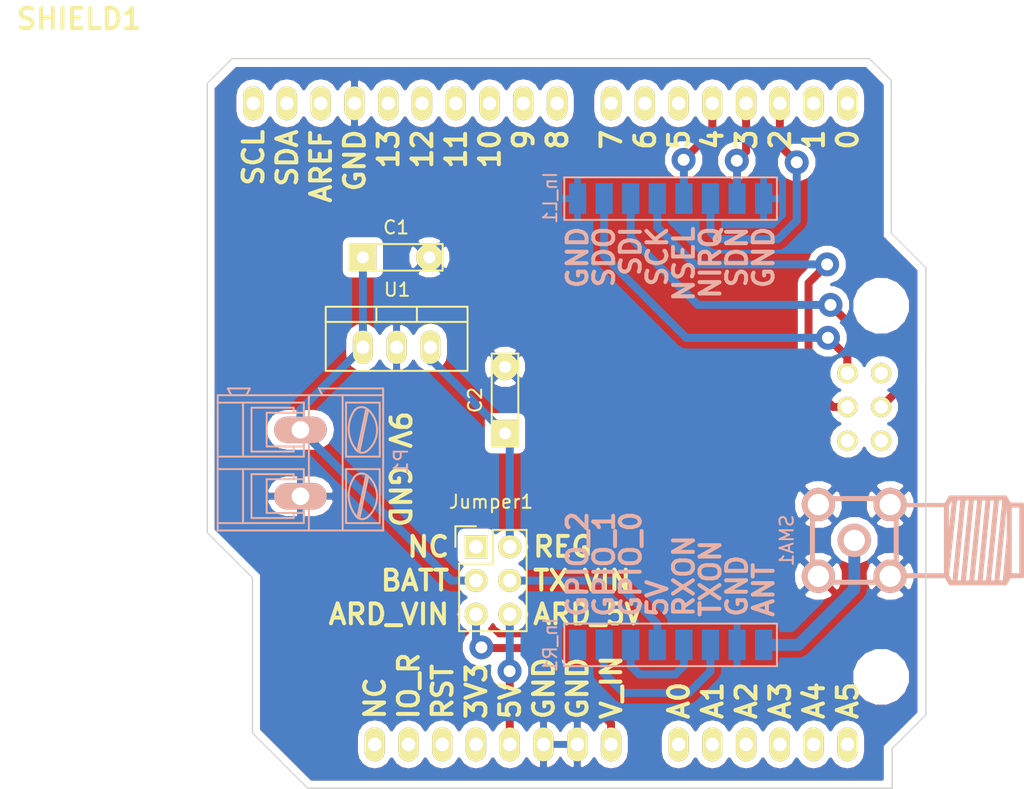
<source format=kicad_pcb>
(kicad_pcb (version 4) (host pcbnew 4.0.2-4+6225~38~ubuntu15.10.1-stable)

  (general
    (links 30)
    (no_connects 0)
    (area 18.0761 25.7048 95.646241 85.444801)
    (thickness 1.6)
    (drawings 69)
    (tracks 79)
    (zones 0)
    (modules 9)
    (nets 45)
  )

  (page A3)
  (layers
    (0 F.Cu signal)
    (31 B.Cu signal)
    (32 B.Adhes user)
    (33 F.Adhes user)
    (34 B.Paste user)
    (35 F.Paste user)
    (36 B.SilkS user)
    (37 F.SilkS user)
    (38 B.Mask user)
    (39 F.Mask user)
    (40 Dwgs.User user)
    (41 Cmts.User user)
    (42 Eco1.User user)
    (43 Eco2.User user)
    (44 Edge.Cuts user)
  )

  (setup
    (last_trace_width 0.6)
    (trace_clearance 0.254)
    (zone_clearance 0.508)
    (zone_45_only no)
    (trace_min 0.254)
    (segment_width 0.2)
    (edge_width 0.1)
    (via_size 1.8)
    (via_drill 0.9)
    (via_min_size 0.889)
    (via_min_drill 0.508)
    (uvia_size 0.508)
    (uvia_drill 0.127)
    (uvias_allowed no)
    (uvia_min_size 0.508)
    (uvia_min_drill 0.127)
    (pcb_text_width 0.3)
    (pcb_text_size 1.5 1.5)
    (mod_edge_width 0.15)
    (mod_text_size 1 1)
    (mod_text_width 0.15)
    (pad_size 2 2)
    (pad_drill 0.9)
    (pad_to_mask_clearance 0)
    (aux_axis_origin 0 0)
    (grid_origin 206.3623 88.7984)
    (visible_elements FFFFFFFF)
    (pcbplotparams
      (layerselection 0x010f0_80000001)
      (usegerberextensions true)
      (excludeedgelayer true)
      (linewidth 0.150000)
      (plotframeref false)
      (viasonmask false)
      (mode 1)
      (useauxorigin false)
      (hpglpennumber 1)
      (hpglpenspeed 20)
      (hpglpendiameter 15)
      (hpglpenoverlay 2)
      (psnegative false)
      (psa4output false)
      (plotreference true)
      (plotvalue true)
      (plotinvisibletext false)
      (padsonsilk false)
      (subtractmaskfromsilk false)
      (outputformat 1)
      (mirror false)
      (drillshape 0)
      (scaleselection 1)
      (outputdirectory Gerber/))
  )

  (net 0 "")
  (net 1 /NIRQ)
  (net 2 /NSEL)
  (net 3 GND)
  (net 4 /SDO)
  (net 5 /SCK)
  (net 6 /SDI)
  (net 7 /GPIO_0)
  (net 8 /GPIO_1)
  (net 9 /ANT)
  (net 10 /SDN)
  (net 11 /REG)
  (net 12 /BATT)
  (net 13 /TX_VIN)
  (net 14 /ARD_VIN)
  (net 15 /ARD_5V)
  (net 16 /GPIO_2)
  (net 17 /NC)
  (net 18 "Net-(SHIELD1-PadAD5)")
  (net 19 "Net-(SHIELD1-PadAD4)")
  (net 20 "Net-(SHIELD1-PadAD3)")
  (net 21 "Net-(SHIELD1-PadAD0)")
  (net 22 "Net-(SHIELD1-PadAD1)")
  (net 23 "Net-(SHIELD1-PadAD2)")
  (net 24 "Net-(SHIELD1-Pad3V3)")
  (net 25 "Net-(SHIELD1-PadRST)")
  (net 26 "Net-(SHIELD1-Pad0)")
  (net 27 "Net-(SHIELD1-Pad1)")
  (net 28 "Net-(SHIELD1-Pad5)")
  (net 29 "Net-(SHIELD1-Pad6)")
  (net 30 "Net-(SHIELD1-Pad7)")
  (net 31 "Net-(SHIELD1-Pad8)")
  (net 32 "Net-(SHIELD1-Pad9)")
  (net 33 "Net-(SHIELD1-Pad10)")
  (net 34 "Net-(SHIELD1-Pad11)")
  (net 35 "Net-(SHIELD1-Pad12)")
  (net 36 "Net-(SHIELD1-Pad13)")
  (net 37 "Net-(SHIELD1-PadAREF)")
  (net 38 "Net-(SHIELD1-PadSDA)")
  (net 39 "Net-(SHIELD1-PadSCL)")
  (net 40 "Net-(SHIELD1-PadIO_R)")
  (net 41 "Net-(SHIELD1-PadNC)")
  (net 42 "Net-(SHIELD1-PadSP2)")
  (net 43 "Net-(SHIELD1-PadSP5)")
  (net 44 "Net-(SHIELD1-PadSP6)")

  (net_class Default "This is the default net class."
    (clearance 0.254)
    (trace_width 0.6)
    (via_dia 1.8)
    (via_drill 0.9)
    (uvia_dia 0.508)
    (uvia_drill 0.127)
    (add_net /ARD_5V)
    (add_net /ARD_VIN)
    (add_net /BATT)
    (add_net /GPIO_0)
    (add_net /GPIO_1)
    (add_net /GPIO_2)
    (add_net /NC)
    (add_net /NIRQ)
    (add_net /NSEL)
    (add_net /REG)
    (add_net /SCK)
    (add_net /SDI)
    (add_net /SDN)
    (add_net /SDO)
    (add_net /TX_VIN)
    (add_net "Net-(SHIELD1-Pad0)")
    (add_net "Net-(SHIELD1-Pad1)")
    (add_net "Net-(SHIELD1-Pad10)")
    (add_net "Net-(SHIELD1-Pad11)")
    (add_net "Net-(SHIELD1-Pad12)")
    (add_net "Net-(SHIELD1-Pad13)")
    (add_net "Net-(SHIELD1-Pad3V3)")
    (add_net "Net-(SHIELD1-Pad5)")
    (add_net "Net-(SHIELD1-Pad6)")
    (add_net "Net-(SHIELD1-Pad7)")
    (add_net "Net-(SHIELD1-Pad8)")
    (add_net "Net-(SHIELD1-Pad9)")
    (add_net "Net-(SHIELD1-PadAD0)")
    (add_net "Net-(SHIELD1-PadAD1)")
    (add_net "Net-(SHIELD1-PadAD2)")
    (add_net "Net-(SHIELD1-PadAD3)")
    (add_net "Net-(SHIELD1-PadAD4)")
    (add_net "Net-(SHIELD1-PadAD5)")
    (add_net "Net-(SHIELD1-PadAREF)")
    (add_net "Net-(SHIELD1-PadIO_R)")
    (add_net "Net-(SHIELD1-PadNC)")
    (add_net "Net-(SHIELD1-PadRST)")
    (add_net "Net-(SHIELD1-PadSCL)")
    (add_net "Net-(SHIELD1-PadSDA)")
    (add_net "Net-(SHIELD1-PadSP2)")
    (add_net "Net-(SHIELD1-PadSP5)")
    (add_net "Net-(SHIELD1-PadSP6)")
  )

  (net_class ANT ""
    (clearance 0.254)
    (trace_width 0.9)
    (via_dia 1.8)
    (via_drill 0.9)
    (uvia_dia 0.508)
    (uvia_drill 0.127)
    (add_net /ANT)
  )

  (net_class POWER ""
    (clearance 0.254)
    (trace_width 0.75)
    (via_dia 1.8)
    (via_drill 0.9)
    (uvia_dia 0.508)
    (uvia_drill 0.127)
    (add_net GND)
  )

  (module FT:ARDUINO_SHIELD (layer F.Cu) (tedit 56C6858C) (tstamp 564F6887)
    (at 18.5801 84.6328)
    (descr http://www.thingiverse.com/thing:9630)
    (path /56452B21)
    (fp_text reference SHIELD1 (at 5.715 -57.15) (layer F.SilkS)
      (effects (font (thickness 0.3048)))
    )
    (fp_text value ARDUINO_SHIELD (at 10.16 -54.61) (layer F.SilkS) hide
      (effects (font (thickness 0.3048)))
    )
    (fp_line (start 66.04 -40.64) (end 66.04 -52.07) (layer Cmts.User) (width 0.381))
    (fp_line (start 66.04 -52.07) (end 64.77 -53.34) (layer Cmts.User) (width 0.381))
    (fp_line (start 64.77 -53.34) (end 0 -53.34) (layer Cmts.User) (width 0.381))
    (fp_line (start 66.04 0) (end 0 0) (layer Cmts.User) (width 0.381))
    (fp_line (start 0 0) (end 0 -53.34) (layer Cmts.User) (width 0.381))
    (fp_line (start 66.04 -40.64) (end 68.58 -38.1) (layer Cmts.User) (width 0.381))
    (fp_line (start 68.58 -38.1) (end 68.58 -5.08) (layer Cmts.User) (width 0.381))
    (fp_line (start 68.58 -5.08) (end 66.04 -2.54) (layer Cmts.User) (width 0.381))
    (fp_line (start 66.04 -2.54) (end 66.04 0) (layer Cmts.User) (width 0.381))
    (pad AD5 thru_hole oval (at 63.5 -2.54 90) (size 2.54 1.524) (drill 1.016) (layers *.Cu *.Mask F.SilkS)
      (net 18 "Net-(SHIELD1-PadAD5)"))
    (pad AD4 thru_hole oval (at 60.96 -2.54 90) (size 2.54 1.524) (drill 1.016) (layers *.Cu *.Mask F.SilkS)
      (net 19 "Net-(SHIELD1-PadAD4)"))
    (pad AD3 thru_hole oval (at 58.42 -2.54 90) (size 2.54 1.524) (drill 1.016) (layers *.Cu *.Mask F.SilkS)
      (net 20 "Net-(SHIELD1-PadAD3)"))
    (pad AD0 thru_hole oval (at 50.8 -2.54 90) (size 2.54 1.524) (drill 1.016) (layers *.Cu *.Mask F.SilkS)
      (net 21 "Net-(SHIELD1-PadAD0)"))
    (pad AD1 thru_hole oval (at 53.34 -2.54 90) (size 2.54 1.524) (drill 1.016) (layers *.Cu *.Mask F.SilkS)
      (net 22 "Net-(SHIELD1-PadAD1)"))
    (pad AD2 thru_hole oval (at 55.88 -2.54 90) (size 2.54 1.524) (drill 1.016) (layers *.Cu *.Mask F.SilkS)
      (net 23 "Net-(SHIELD1-PadAD2)"))
    (pad V_IN thru_hole oval (at 45.72 -2.54 90) (size 2.54 1.524) (drill 1.016) (layers *.Cu *.Mask F.SilkS)
      (net 14 /ARD_VIN))
    (pad GND2 thru_hole oval (at 43.18 -2.54 90) (size 2.54 1.524) (drill 1.016) (layers *.Cu *.Mask F.SilkS)
      (net 3 GND))
    (pad GND1 thru_hole oval (at 40.64 -2.54 90) (size 2.54 1.524) (drill 1.016) (layers *.Cu *.Mask F.SilkS)
      (net 3 GND))
    (pad 3V3 thru_hole oval (at 35.56 -2.54 90) (size 2.54 1.524) (drill 1.016) (layers *.Cu *.Mask F.SilkS)
      (net 24 "Net-(SHIELD1-Pad3V3)"))
    (pad RST thru_hole oval (at 33.02 -2.54 90) (size 2.54 1.524) (drill 1.016) (layers *.Cu *.Mask F.SilkS)
      (net 25 "Net-(SHIELD1-PadRST)"))
    (pad 0 thru_hole oval (at 63.5 -50.8 90) (size 2.54 1.524) (drill 1.016) (layers *.Cu *.Mask F.SilkS)
      (net 26 "Net-(SHIELD1-Pad0)"))
    (pad 1 thru_hole oval (at 60.96 -50.8 90) (size 2.54 1.524) (drill 1.016) (layers *.Cu *.Mask F.SilkS)
      (net 27 "Net-(SHIELD1-Pad1)"))
    (pad 2 thru_hole oval (at 58.42 -50.8 90) (size 2.54 1.524) (drill 1.016) (layers *.Cu *.Mask F.SilkS)
      (net 1 /NIRQ))
    (pad 3 thru_hole oval (at 55.88 -50.8 90) (size 2.54 1.524) (drill 1.016) (layers *.Cu *.Mask F.SilkS)
      (net 10 /SDN))
    (pad 4 thru_hole oval (at 53.34 -50.8 90) (size 2.54 1.524) (drill 1.016) (layers *.Cu *.Mask F.SilkS)
      (net 2 /NSEL))
    (pad 5 thru_hole oval (at 50.8 -50.8 90) (size 2.54 1.524) (drill 1.016) (layers *.Cu *.Mask F.SilkS)
      (net 28 "Net-(SHIELD1-Pad5)"))
    (pad 6 thru_hole oval (at 48.26 -50.8 90) (size 2.54 1.524) (drill 1.016) (layers *.Cu *.Mask F.SilkS)
      (net 29 "Net-(SHIELD1-Pad6)"))
    (pad 7 thru_hole oval (at 45.72 -50.8 90) (size 2.54 1.524) (drill 1.016) (layers *.Cu *.Mask F.SilkS)
      (net 30 "Net-(SHIELD1-Pad7)"))
    (pad 8 thru_hole oval (at 41.656 -50.8 90) (size 2.54 1.524) (drill 1.016) (layers *.Cu *.Mask F.SilkS)
      (net 31 "Net-(SHIELD1-Pad8)"))
    (pad 9 thru_hole oval (at 39.116 -50.8 90) (size 2.54 1.524) (drill 1.016) (layers *.Cu *.Mask F.SilkS)
      (net 32 "Net-(SHIELD1-Pad9)"))
    (pad 10 thru_hole oval (at 36.576 -50.8 90) (size 2.54 1.524) (drill 1.016) (layers *.Cu *.Mask F.SilkS)
      (net 33 "Net-(SHIELD1-Pad10)"))
    (pad 11 thru_hole oval (at 34.036 -50.8 90) (size 2.54 1.524) (drill 1.016) (layers *.Cu *.Mask F.SilkS)
      (net 34 "Net-(SHIELD1-Pad11)"))
    (pad 12 thru_hole oval (at 31.496 -50.8 90) (size 2.54 1.524) (drill 1.016) (layers *.Cu *.Mask F.SilkS)
      (net 35 "Net-(SHIELD1-Pad12)"))
    (pad 13 thru_hole oval (at 28.956 -50.8 90) (size 2.54 1.524) (drill 1.016) (layers *.Cu *.Mask F.SilkS)
      (net 36 "Net-(SHIELD1-Pad13)"))
    (pad GND3 thru_hole oval (at 26.416 -50.8 90) (size 2.54 1.524) (drill 1.016) (layers *.Cu *.Mask F.SilkS)
      (net 3 GND))
    (pad AREF thru_hole oval (at 23.876 -50.8 90) (size 2.54 1.524) (drill 1.016) (layers *.Cu *.Mask F.SilkS)
      (net 37 "Net-(SHIELD1-PadAREF)"))
    (pad 5V thru_hole oval (at 38.1 -2.54 90) (size 2.54 1.524) (drill 1.016) (layers *.Cu *.Mask F.SilkS)
      (net 15 /ARD_5V))
    (pad "" np_thru_hole circle (at 66.04 -7.62 90) (size 3.175 3.175) (drill 3.175) (layers *.Cu *.Mask F.SilkS))
    (pad "" np_thru_hole circle (at 66.04 -35.56 90) (size 3.175 3.175) (drill 3.175) (layers *.Cu *.Mask F.SilkS))
    (pad SDA thru_hole oval (at 21.336 -50.8 90) (size 2.54 1.524) (drill 1.016) (layers *.Cu *.Mask F.SilkS)
      (net 38 "Net-(SHIELD1-PadSDA)"))
    (pad SCL thru_hole oval (at 18.796 -50.8 90) (size 2.54 1.524) (drill 1.016) (layers *.Cu *.Mask F.SilkS)
      (net 39 "Net-(SHIELD1-PadSCL)"))
    (pad IO_R thru_hole oval (at 30.48 -2.54 90) (size 2.54 1.524) (drill 1.016) (layers *.Cu *.Mask F.SilkS)
      (net 40 "Net-(SHIELD1-PadIO_R)"))
    (pad NC thru_hole oval (at 27.94 -2.54 90) (size 2.54 1.524) (drill 1.016) (layers *.Cu *.Mask F.SilkS)
      (net 41 "Net-(SHIELD1-PadNC)"))
    (pad SP1 thru_hole circle (at 63.5 -30.48 90) (size 1.524 1.524) (drill 1.016) (layers *.Cu *.Mask F.SilkS)
      (net 4 /SDO))
    (pad SP2 thru_hole circle (at 66.04 -30.48 90) (size 1.524 1.524) (drill 1.016) (layers *.Cu *.Mask F.SilkS)
      (net 42 "Net-(SHIELD1-PadSP2)"))
    (pad SP3 thru_hole circle (at 63.5 -27.94 90) (size 1.524 1.524) (drill 1.016) (layers *.Cu *.Mask F.SilkS)
      (net 5 /SCK))
    (pad SP4 thru_hole circle (at 66.04 -27.94 90) (size 1.524 1.524) (drill 1.016) (layers *.Cu *.Mask F.SilkS)
      (net 6 /SDI))
    (pad SP5 thru_hole circle (at 63.5 -25.4 90) (size 1.524 1.524) (drill 1.016) (layers *.Cu *.Mask F.SilkS)
      (net 43 "Net-(SHIELD1-PadSP5)"))
    (pad SP6 thru_hole circle (at 66.04 -25.4 90) (size 1.524 1.524) (drill 1.016) (layers *.Cu *.Mask F.SilkS)
      (net 44 "Net-(SHIELD1-PadSP6)"))
  )

  (module Connect:AK300-2 (layer B.Cu) (tedit 56C6909A) (tstamp 56425307)
    (at 40.9321 63.4125 90)
    (descr CONNECTOR)
    (tags CONNECTOR)
    (path /5642590E)
    (attr virtual)
    (fp_text reference P1 (at 2.6176 7.5692 90) (layer B.SilkS)
      (effects (font (size 1 1) (thickness 0.15)) (justify mirror))
    )
    (fp_text value CONN_01X02 (at 2.779 -7.747 90) (layer B.Fab)
      (effects (font (size 1 1) (thickness 0.15)) (justify mirror))
    )
    (fp_line (start 8.363 6.473) (end -2.83 6.473) (layer B.CrtYd) (width 0.05))
    (fp_line (start 8.363 -6.473) (end 8.363 6.473) (layer B.CrtYd) (width 0.05))
    (fp_line (start -2.83 -6.473) (end 8.363 -6.473) (layer B.CrtYd) (width 0.05))
    (fp_line (start -2.83 6.473) (end -2.83 -6.473) (layer B.CrtYd) (width 0.05))
    (fp_line (start -1.2596 -2.54) (end 1.2804 -2.54) (layer B.SilkS) (width 0.15))
    (fp_line (start 1.2804 -2.54) (end 1.2804 0.254) (layer B.SilkS) (width 0.15))
    (fp_line (start -1.2596 0.254) (end 1.2804 0.254) (layer B.SilkS) (width 0.15))
    (fp_line (start -1.2596 -2.54) (end -1.2596 0.254) (layer B.SilkS) (width 0.15))
    (fp_line (start 3.7442 -2.54) (end 6.2842 -2.54) (layer B.SilkS) (width 0.15))
    (fp_line (start 6.2842 -2.54) (end 6.2842 0.254) (layer B.SilkS) (width 0.15))
    (fp_line (start 3.7442 0.254) (end 6.2842 0.254) (layer B.SilkS) (width 0.15))
    (fp_line (start 3.7442 -2.54) (end 3.7442 0.254) (layer B.SilkS) (width 0.15))
    (fp_line (start 7.605 6.223) (end 7.605 3.175) (layer B.SilkS) (width 0.15))
    (fp_line (start 7.605 6.223) (end -2.58 6.223) (layer B.SilkS) (width 0.15))
    (fp_line (start 7.605 6.223) (end 8.113 6.223) (layer B.SilkS) (width 0.15))
    (fp_line (start 8.113 6.223) (end 8.113 1.397) (layer B.SilkS) (width 0.15))
    (fp_line (start 8.113 1.397) (end 7.605 1.651) (layer B.SilkS) (width 0.15))
    (fp_line (start 8.113 -5.461) (end 7.605 -5.207) (layer B.SilkS) (width 0.15))
    (fp_line (start 7.605 -5.207) (end 7.605 -6.223) (layer B.SilkS) (width 0.15))
    (fp_line (start 8.113 -3.81) (end 7.605 -4.064) (layer B.SilkS) (width 0.15))
    (fp_line (start 7.605 -4.064) (end 7.605 -5.207) (layer B.SilkS) (width 0.15))
    (fp_line (start 8.113 -3.81) (end 8.113 -5.461) (layer B.SilkS) (width 0.15))
    (fp_line (start 2.9822 -6.223) (end 2.9822 -4.318) (layer B.SilkS) (width 0.15))
    (fp_line (start 7.0462 0.254) (end 7.0462 -4.318) (layer B.SilkS) (width 0.15))
    (fp_line (start 2.9822 -6.223) (end 7.0462 -6.223) (layer B.SilkS) (width 0.15))
    (fp_line (start 7.0462 -6.223) (end 7.605 -6.223) (layer B.SilkS) (width 0.15))
    (fp_line (start 2.0424 -6.223) (end 2.0424 -4.318) (layer B.SilkS) (width 0.15))
    (fp_line (start 2.0424 -6.223) (end 2.9822 -6.223) (layer B.SilkS) (width 0.15))
    (fp_line (start -2.0216 0.254) (end -2.0216 -4.318) (layer B.SilkS) (width 0.15))
    (fp_line (start -2.58 -6.223) (end -2.0216 -6.223) (layer B.SilkS) (width 0.15))
    (fp_line (start -2.0216 -6.223) (end 2.0424 -6.223) (layer B.SilkS) (width 0.15))
    (fp_line (start 2.9822 -4.318) (end 7.0462 -4.318) (layer B.SilkS) (width 0.15))
    (fp_line (start 2.9822 -4.318) (end 2.9822 0.254) (layer B.SilkS) (width 0.15))
    (fp_line (start 7.0462 -4.318) (end 7.0462 -6.223) (layer B.SilkS) (width 0.15))
    (fp_line (start 2.0424 -4.318) (end -2.0216 -4.318) (layer B.SilkS) (width 0.15))
    (fp_line (start 2.0424 -4.318) (end 2.0424 0.254) (layer B.SilkS) (width 0.15))
    (fp_line (start -2.0216 -4.318) (end -2.0216 -6.223) (layer B.SilkS) (width 0.15))
    (fp_line (start 6.6652 -3.683) (end 6.6652 -0.508) (layer B.SilkS) (width 0.15))
    (fp_line (start 6.6652 -3.683) (end 3.3632 -3.683) (layer B.SilkS) (width 0.15))
    (fp_line (start 3.3632 -3.683) (end 3.3632 -0.508) (layer B.SilkS) (width 0.15))
    (fp_line (start 1.6614 -3.683) (end 1.6614 -0.508) (layer B.SilkS) (width 0.15))
    (fp_line (start 1.6614 -3.683) (end -1.6406 -3.683) (layer B.SilkS) (width 0.15))
    (fp_line (start -1.6406 -3.683) (end -1.6406 -0.508) (layer B.SilkS) (width 0.15))
    (fp_line (start -1.6406 -0.508) (end -1.2596 -0.508) (layer B.SilkS) (width 0.15))
    (fp_line (start 1.6614 -0.508) (end 1.2804 -0.508) (layer B.SilkS) (width 0.15))
    (fp_line (start 3.3632 -0.508) (end 3.7442 -0.508) (layer B.SilkS) (width 0.15))
    (fp_line (start 6.6652 -0.508) (end 6.2842 -0.508) (layer B.SilkS) (width 0.15))
    (fp_line (start -2.58 -6.223) (end -2.58 0.635) (layer B.SilkS) (width 0.15))
    (fp_line (start -2.58 0.635) (end -2.58 3.175) (layer B.SilkS) (width 0.15))
    (fp_line (start 7.605 1.651) (end 7.605 0.635) (layer B.SilkS) (width 0.15))
    (fp_line (start 7.605 0.635) (end 7.605 -4.064) (layer B.SilkS) (width 0.15))
    (fp_line (start -2.58 3.175) (end 7.605 3.175) (layer B.SilkS) (width 0.15))
    (fp_line (start -2.58 3.175) (end -2.58 6.223) (layer B.SilkS) (width 0.15))
    (fp_line (start 7.605 3.175) (end 7.605 1.651) (layer B.SilkS) (width 0.15))
    (fp_line (start 2.9822 3.429) (end 2.9822 5.969) (layer B.SilkS) (width 0.15))
    (fp_line (start 2.9822 5.969) (end 7.0462 5.969) (layer B.SilkS) (width 0.15))
    (fp_line (start 7.0462 5.969) (end 7.0462 3.429) (layer B.SilkS) (width 0.15))
    (fp_line (start 7.0462 3.429) (end 2.9822 3.429) (layer B.SilkS) (width 0.15))
    (fp_line (start 2.0424 3.429) (end 2.0424 5.969) (layer B.SilkS) (width 0.15))
    (fp_line (start 2.0424 3.429) (end -2.0216 3.429) (layer B.SilkS) (width 0.15))
    (fp_line (start -2.0216 3.429) (end -2.0216 5.969) (layer B.SilkS) (width 0.15))
    (fp_line (start 2.0424 5.969) (end -2.0216 5.969) (layer B.SilkS) (width 0.15))
    (fp_line (start 3.3886 4.445) (end 6.4366 5.08) (layer B.SilkS) (width 0.15))
    (fp_line (start 3.5156 4.318) (end 6.5636 4.953) (layer B.SilkS) (width 0.15))
    (fp_line (start -1.6152 4.445) (end 1.43534 5.08) (layer B.SilkS) (width 0.15))
    (fp_line (start -1.4882 4.318) (end 1.5598 4.953) (layer B.SilkS) (width 0.15))
    (fp_line (start -2.0216 0.254) (end -1.6406 0.254) (layer B.SilkS) (width 0.15))
    (fp_line (start 2.0424 0.254) (end 1.6614 0.254) (layer B.SilkS) (width 0.15))
    (fp_line (start 1.6614 0.254) (end -1.6406 0.254) (layer B.SilkS) (width 0.15))
    (fp_line (start -2.58 0.635) (end -1.6406 0.635) (layer B.SilkS) (width 0.15))
    (fp_line (start -1.6406 0.635) (end 1.6614 0.635) (layer B.SilkS) (width 0.15))
    (fp_line (start 1.6614 0.635) (end 3.3632 0.635) (layer B.SilkS) (width 0.15))
    (fp_line (start 7.605 0.635) (end 6.6652 0.635) (layer B.SilkS) (width 0.15))
    (fp_line (start 6.6652 0.635) (end 3.3632 0.635) (layer B.SilkS) (width 0.15))
    (fp_line (start 7.0462 0.254) (end 6.6652 0.254) (layer B.SilkS) (width 0.15))
    (fp_line (start 2.9822 0.254) (end 3.3632 0.254) (layer B.SilkS) (width 0.15))
    (fp_line (start 3.3632 0.254) (end 6.6652 0.254) (layer B.SilkS) (width 0.15))
    (fp_arc (start 6.0302 4.59486) (end 6.53566 5.05206) (angle -90.5) (layer B.SilkS) (width 0.15))
    (fp_arc (start 5.065 6.0706) (end 6.52804 4.11734) (angle -75.5) (layer B.SilkS) (width 0.15))
    (fp_arc (start 4.98626 3.7084) (end 3.3886 5.0038) (angle -100) (layer B.SilkS) (width 0.15))
    (fp_arc (start 3.8712 4.64566) (end 3.58164 4.1275) (angle -104.2) (layer B.SilkS) (width 0.15))
    (fp_arc (start 1.0264 4.59486) (end 1.5344 5.05206) (angle -90.5) (layer B.SilkS) (width 0.15))
    (fp_arc (start 0.06374 6.0706) (end 1.52678 4.11734) (angle -75.5) (layer B.SilkS) (width 0.15))
    (fp_arc (start -0.01246 3.7084) (end -1.6152 5.0038) (angle -100) (layer B.SilkS) (width 0.15))
    (fp_arc (start -1.1326 4.64566) (end -1.41962 4.1275) (angle -104.2) (layer B.SilkS) (width 0.15))
    (pad 1 thru_hole oval (at 0 0 90) (size 1.9812 3.9624) (drill 1.3208) (layers *.Cu B.Paste B.SilkS B.Mask)
      (net 3 GND))
    (pad 2 thru_hole oval (at 5 0 90) (size 1.9812 3.9624) (drill 1.3208) (layers *.Cu B.Paste B.SilkS B.Mask)
      (net 12 /BATT))
  )

  (module Comm_lib:SMA (layer B.Cu) (tedit 563295C4) (tstamp 56665441)
    (at 82.6008 66.7385 90)
    (path /56561FDD)
    (fp_text reference SMA1 (at 0 -5.08 90) (layer B.SilkS)
      (effects (font (size 1 1) (thickness 0.15)) (justify mirror))
    )
    (fp_text value CONN_01X05 (at 0 5.08 90) (layer B.Fab)
      (effects (font (size 1 1) (thickness 0.15)) (justify mirror))
    )
    (fp_line (start -3.19278 11.3411) (end 0.2667 11.65606) (layer B.SilkS) (width 0.381))
    (fp_line (start -3.19278 10.71118) (end 3.19278 11.3411) (layer B.SilkS) (width 0.381))
    (fp_line (start -3.19278 10.08126) (end 3.19278 10.71118) (layer B.SilkS) (width 0.381))
    (fp_line (start -3.19278 9.4488) (end 3.19278 10.08126) (layer B.SilkS) (width 0.381))
    (fp_line (start -3.19278 8.81888) (end 3.19278 9.4488) (layer B.SilkS) (width 0.381))
    (fp_line (start -3.19278 8.18896) (end 3.19278 8.81888) (layer B.SilkS) (width 0.381))
    (fp_line (start -3.19278 7.55904) (end 3.19278 8.18896) (layer B.SilkS) (width 0.381))
    (fp_line (start 3.19278 7.55904) (end -2.65938 6.92912) (layer B.SilkS) (width 0.381))
    (fp_line (start -2.65938 11.65606) (end -2.65938 12.60094) (layer B.SilkS) (width 0.381))
    (fp_line (start 2.65938 12.60094) (end -2.65938 12.60094) (layer B.SilkS) (width 0.381))
    (fp_line (start 2.65938 11.65606) (end 2.65938 12.60094) (layer B.SilkS) (width 0.381))
    (fp_line (start 2.65938 11.65606) (end 3.19278 11.3411) (layer B.SilkS) (width 0.381))
    (fp_line (start -3.19278 11.3411) (end -2.65938 11.65606) (layer B.SilkS) (width 0.381))
    (fp_line (start -2.65938 11.65606) (end 2.65938 11.65606) (layer B.SilkS) (width 0.381))
    (fp_line (start -3.19278 7.24408) (end -3.19278 11.3411) (layer B.SilkS) (width 0.381))
    (fp_line (start -2.65938 6.92912) (end -3.19278 7.24408) (layer B.SilkS) (width 0.381))
    (fp_line (start 3.19278 11.3411) (end 3.19278 7.24408) (layer B.SilkS) (width 0.381))
    (fp_line (start 3.19278 7.24408) (end 2.65938 6.92912) (layer B.SilkS) (width 0.381))
    (fp_line (start 2.65938 6.92912) (end -2.65938 6.92912) (layer B.SilkS) (width 0.381))
    (fp_line (start 2.65938 3.1496) (end 2.65938 6.92912) (layer B.SilkS) (width 0.318))
    (fp_line (start -2.65938 3.1496) (end -2.65938 6.92912) (layer B.SilkS) (width 0.381))
    (fp_line (start -3.1496 -3.1496) (end 3.1496 -3.1496) (layer B.SilkS) (width 0.381))
    (fp_line (start -3.1496 3.1496) (end 3.1496 3.1496) (layer B.SilkS) (width 0.381))
    (fp_line (start 3.1496 3.1496) (end 3.1496 -3.1496) (layer B.SilkS) (width 0.381))
    (fp_line (start -3.1496 -3.1496) (end -3.1496 3.1496) (layer B.SilkS) (width 0.381))
    (pad 2 thru_hole circle (at -2.7 2.7 90) (size 2.5 2.5) (drill 1.6) (layers *.Cu *.Mask B.SilkS)
      (net 3 GND))
    (pad 3 thru_hole circle (at 2.7 2.7 90) (size 2.5 2.5) (drill 1.6) (layers *.Cu *.Mask B.SilkS)
      (net 3 GND))
    (pad 5 thru_hole circle (at -2.7 -2.7 90) (size 2.5 2.5) (drill 1.6) (layers *.Cu *.Mask B.SilkS)
      (net 3 GND))
    (pad 4 thru_hole circle (at 2.7 -2.7 90) (size 2.5 2.5) (drill 1.6) (layers *.Cu *.Mask B.SilkS)
      (net 3 GND))
    (pad 1 thru_hole circle (at 0 0 90) (size 2.5 2.5) (drill 1.6) (layers *.Cu *.Mask B.SilkS)
      (net 9 /ANT))
  )

  (module TO_SOT_Packages_THT:TO-220_Neutral123_Vertical (layer F.Cu) (tedit 56C69045) (tstamp 566F26CF)
    (at 48.1711 52.197)
    (descr "TO-220, Neutral, Vertical,")
    (tags "TO-220, Neutral, Vertical,")
    (path /56561756)
    (fp_text reference U1 (at 0.0381 -4.3307) (layer F.SilkS)
      (effects (font (size 1 1) (thickness 0.15)))
    )
    (fp_text value 7805 (at 0 2.3622) (layer F.Fab)
      (effects (font (size 1 1) (thickness 0.15)))
    )
    (fp_line (start -1.524 -3.048) (end -1.524 -1.905) (layer F.SilkS) (width 0.15))
    (fp_line (start 1.524 -3.048) (end 1.524 -1.905) (layer F.SilkS) (width 0.15))
    (fp_line (start 5.334 -1.905) (end 5.334 1.778) (layer F.SilkS) (width 0.15))
    (fp_line (start 5.334 1.778) (end -5.334 1.778) (layer F.SilkS) (width 0.15))
    (fp_line (start -5.334 1.778) (end -5.334 -1.905) (layer F.SilkS) (width 0.15))
    (fp_line (start 5.334 -3.048) (end 5.334 -1.905) (layer F.SilkS) (width 0.15))
    (fp_line (start 5.334 -1.905) (end -5.334 -1.905) (layer F.SilkS) (width 0.15))
    (fp_line (start -5.334 -1.905) (end -5.334 -3.048) (layer F.SilkS) (width 0.15))
    (fp_line (start 0 -3.048) (end -5.334 -3.048) (layer F.SilkS) (width 0.15))
    (fp_line (start 0 -3.048) (end 5.334 -3.048) (layer F.SilkS) (width 0.15))
    (pad 2 thru_hole oval (at 0 0 90) (size 2.49936 1.50114) (drill 1.00076) (layers *.Cu *.Mask F.SilkS)
      (net 3 GND))
    (pad 1 thru_hole oval (at -2.54 0 90) (size 2.49936 1.50114) (drill 1.00076) (layers *.Cu *.Mask F.SilkS)
      (net 12 /BATT))
    (pad 3 thru_hole oval (at 2.54 0 90) (size 2.49936 1.50114) (drill 1.00076) (layers *.Cu *.Mask F.SilkS)
      (net 11 /REG))
    (model TO_SOT_Packages_THT.3dshapes/TO-220_Neutral123_Vertical.wrl
      (at (xyz 0 0 0))
      (scale (xyz 0.3937 0.3937 0.3937))
      (rotate (xyz 0 0 0))
    )
  )

  (module Pin_Headers:Pin_Header_Straight_2x03 (layer F.Cu) (tedit 56C69102) (tstamp 566F58A1)
    (at 54.1401 67.2211)
    (descr "Through hole pin header")
    (tags "pin header")
    (path /566F51FF)
    (fp_text reference Jumper1 (at 1.1303 -3.3909) (layer F.SilkS)
      (effects (font (size 1 1) (thickness 0.15)))
    )
    (fp_text value CONN_01X06 (at 0 -3.1) (layer F.Fab)
      (effects (font (size 1 1) (thickness 0.15)))
    )
    (fp_line (start -1.27 1.27) (end -1.27 6.35) (layer F.SilkS) (width 0.15))
    (fp_line (start -1.55 -1.55) (end 0 -1.55) (layer F.SilkS) (width 0.15))
    (fp_line (start -1.75 -1.75) (end -1.75 6.85) (layer F.CrtYd) (width 0.05))
    (fp_line (start 4.3 -1.75) (end 4.3 6.85) (layer F.CrtYd) (width 0.05))
    (fp_line (start -1.75 -1.75) (end 4.3 -1.75) (layer F.CrtYd) (width 0.05))
    (fp_line (start -1.75 6.85) (end 4.3 6.85) (layer F.CrtYd) (width 0.05))
    (fp_line (start 1.27 -1.27) (end 1.27 1.27) (layer F.SilkS) (width 0.15))
    (fp_line (start 1.27 1.27) (end -1.27 1.27) (layer F.SilkS) (width 0.15))
    (fp_line (start -1.27 6.35) (end 3.81 6.35) (layer F.SilkS) (width 0.15))
    (fp_line (start 3.81 6.35) (end 3.81 1.27) (layer F.SilkS) (width 0.15))
    (fp_line (start -1.55 -1.55) (end -1.55 0) (layer F.SilkS) (width 0.15))
    (fp_line (start 3.81 -1.27) (end 1.27 -1.27) (layer F.SilkS) (width 0.15))
    (fp_line (start 3.81 1.27) (end 3.81 -1.27) (layer F.SilkS) (width 0.15))
    (pad 1 thru_hole rect (at 0 0) (size 1.7272 1.7272) (drill 1.016) (layers *.Cu *.Mask F.SilkS)
      (net 17 /NC))
    (pad 2 thru_hole oval (at 2.54 0) (size 1.7272 1.7272) (drill 1.016) (layers *.Cu *.Mask F.SilkS)
      (net 11 /REG))
    (pad 3 thru_hole oval (at 0 2.54) (size 1.7272 1.7272) (drill 1.016) (layers *.Cu *.Mask F.SilkS)
      (net 12 /BATT))
    (pad 4 thru_hole oval (at 2.54 2.54) (size 1.7272 1.7272) (drill 1.016) (layers *.Cu *.Mask F.SilkS)
      (net 13 /TX_VIN))
    (pad 5 thru_hole oval (at 0 5.08) (size 1.7272 1.7272) (drill 1.016) (layers *.Cu *.Mask F.SilkS)
      (net 14 /ARD_VIN))
    (pad 6 thru_hole oval (at 2.54 5.08) (size 1.7272 1.7272) (drill 1.016) (layers *.Cu *.Mask F.SilkS)
      (net 15 /ARD_5V))
    (model Pin_Headers.3dshapes/Pin_Header_Straight_2x03.wrl
      (at (xyz 0.05 -0.1 0))
      (scale (xyz 1 1 1))
      (rotate (xyz 0 0 90))
    )
  )

  (module Comm_lib:Pin_Header_1x08 (layer B.Cu) (tedit 56AA4C80) (tstamp 569D5DB8)
    (at 68.7808 41.0083)
    (path /56561BA3)
    (fp_text reference In_L1 (at -9.0527 -0.0635 90) (layer B.SilkS)
      (effects (font (size 1 1) (thickness 0.15)) (justify mirror))
    )
    (fp_text value CONN_01X08 (at 0 2.54) (layer B.Fab)
      (effects (font (size 1 1) (thickness 0.15)) (justify mirror))
    )
    (fp_line (start 8 1.6) (end 8 -1.6) (layer B.SilkS) (width 0.15))
    (fp_line (start -8 1.6) (end -8 -1.6) (layer B.SilkS) (width 0.15))
    (fp_line (start -8 1.6) (end 8 1.6) (layer B.SilkS) (width 0.15))
    (fp_line (start -8 -1.6) (end 8 -1.6) (layer B.SilkS) (width 0.15))
    (pad 8 smd rect (at 7 0) (size 1.3 2.3) (layers B.Cu B.Paste B.Mask)
      (net 3 GND))
    (pad 7 smd rect (at 5 0) (size 1.3 2.3) (layers B.Cu B.Paste B.Mask)
      (net 10 /SDN))
    (pad 6 smd rect (at 3 0) (size 1.3 2.3) (layers B.Cu B.Paste B.Mask)
      (net 1 /NIRQ))
    (pad 5 smd rect (at 1 0) (size 1.3 2.3) (layers B.Cu B.Paste B.Mask)
      (net 2 /NSEL))
    (pad 4 smd rect (at -1 0) (size 1.3 2.3) (layers B.Cu B.Paste B.Mask)
      (net 5 /SCK))
    (pad 3 smd rect (at -3 0) (size 1.3 2.3) (layers B.Cu B.Paste B.Mask)
      (net 6 /SDI))
    (pad 2 smd rect (at -5 0) (size 1.3 2.3) (layers B.Cu B.Paste B.Mask)
      (net 4 /SDO))
    (pad 1 smd rect (at -7 0) (size 1.3 2.3) (layers B.Cu B.Paste B.Mask)
      (net 3 GND))
  )

  (module Comm_lib:Pin_Header_1x08 (layer B.Cu) (tedit 56AA4C5F) (tstamp 569D5E92)
    (at 68.7808 74.6024)
    (path /56561C5C)
    (fp_text reference In_R1 (at -9.0527 0.0101 90) (layer B.SilkS)
      (effects (font (size 1 1) (thickness 0.15)) (justify mirror))
    )
    (fp_text value CONN_01X08 (at 0 2.54) (layer B.Fab)
      (effects (font (size 1 1) (thickness 0.15)) (justify mirror))
    )
    (fp_line (start 8 1.6) (end 8 -1.6) (layer B.SilkS) (width 0.15))
    (fp_line (start -8 1.6) (end -8 -1.6) (layer B.SilkS) (width 0.15))
    (fp_line (start -8 1.6) (end 8 1.6) (layer B.SilkS) (width 0.15))
    (fp_line (start -8 -1.6) (end 8 -1.6) (layer B.SilkS) (width 0.15))
    (pad 8 smd rect (at 7 0) (size 1.3 2.3) (layers B.Cu B.Paste B.Mask)
      (net 9 /ANT))
    (pad 7 smd rect (at 5 0) (size 1.3 2.3) (layers B.Cu B.Paste B.Mask)
      (net 3 GND))
    (pad 6 smd rect (at 3 0) (size 1.3 2.3) (layers B.Cu B.Paste B.Mask)
      (net 8 /GPIO_1))
    (pad 5 smd rect (at 1 0) (size 1.3 2.3) (layers B.Cu B.Paste B.Mask)
      (net 7 /GPIO_0))
    (pad 4 smd rect (at -1 0) (size 1.3 2.3) (layers B.Cu B.Paste B.Mask)
      (net 13 /TX_VIN))
    (pad 3 smd rect (at -3 0) (size 1.3 2.3) (layers B.Cu B.Paste B.Mask)
      (net 7 /GPIO_0))
    (pad 2 smd rect (at -5 0) (size 1.3 2.3) (layers B.Cu B.Paste B.Mask)
      (net 8 /GPIO_1))
    (pad 1 smd rect (at -7 0) (size 1.3 2.3) (layers B.Cu B.Paste B.Mask)
      (net 16 /GPIO_2))
  )

  (module Capacitors_ThroughHole:C_Rect_L7_W2_P5 (layer F.Cu) (tedit 56BBA5BC) (tstamp 56BBA534)
    (at 45.6311 45.4279)
    (descr "Film Capacitor Length 7 x Width 2mm, Pitch 5mm")
    (tags Capacitor)
    (path /564252EA)
    (fp_text reference C1 (at 2.5 -2.25) (layer F.SilkS)
      (effects (font (size 1 1) (thickness 0.15)))
    )
    (fp_text value C (at 2.5 2.5) (layer F.Fab)
      (effects (font (size 1 1) (thickness 0.15)))
    )
    (fp_line (start -1.25 -1.25) (end 6.25 -1.25) (layer F.CrtYd) (width 0.05))
    (fp_line (start 6.25 -1.25) (end 6.25 1.25) (layer F.CrtYd) (width 0.05))
    (fp_line (start 6.25 1.25) (end -1.25 1.25) (layer F.CrtYd) (width 0.05))
    (fp_line (start -1.25 1.25) (end -1.25 -1.25) (layer F.CrtYd) (width 0.05))
    (fp_line (start -1 -1) (end 6 -1) (layer F.SilkS) (width 0.15))
    (fp_line (start 6 -1) (end 6 1) (layer F.SilkS) (width 0.15))
    (fp_line (start 6 1) (end -1 1) (layer F.SilkS) (width 0.15))
    (fp_line (start -1 1) (end -1 -1) (layer F.SilkS) (width 0.15))
    (pad 1 thru_hole rect (at 0 0) (size 2 2) (drill 0.9) (layers *.Cu *.Mask F.SilkS)
      (net 12 /BATT))
    (pad 2 thru_hole circle (at 5 0) (size 2 2) (drill 0.9) (layers *.Cu *.Mask F.SilkS)
      (net 3 GND))
    (model Capacitors_ThroughHole.3dshapes/C_Rect_L7_W2_P5.wrl
      (at (xyz 0.098425 0 0))
      (scale (xyz 1 1 1))
      (rotate (xyz 0 0 0))
    )
  )

  (module Capacitors_ThroughHole:C_Rect_L7_W2_P5 (layer F.Cu) (tedit 56C68FBB) (tstamp 56C68F81)
    (at 56.3245 58.674 90)
    (descr "Film Capacitor Length 7 x Width 2mm, Pitch 5mm")
    (tags Capacitor)
    (path /5642534C)
    (fp_text reference C2 (at 2.5 -2.25 90) (layer F.SilkS)
      (effects (font (size 1 1) (thickness 0.15)))
    )
    (fp_text value C (at 2.5 2.5 90) (layer F.Fab)
      (effects (font (size 1 1) (thickness 0.15)))
    )
    (fp_line (start -1.25 -1.25) (end 6.25 -1.25) (layer F.CrtYd) (width 0.05))
    (fp_line (start 6.25 -1.25) (end 6.25 1.25) (layer F.CrtYd) (width 0.05))
    (fp_line (start 6.25 1.25) (end -1.25 1.25) (layer F.CrtYd) (width 0.05))
    (fp_line (start -1.25 1.25) (end -1.25 -1.25) (layer F.CrtYd) (width 0.05))
    (fp_line (start -1 -1) (end 6 -1) (layer F.SilkS) (width 0.15))
    (fp_line (start 6 -1) (end 6 1) (layer F.SilkS) (width 0.15))
    (fp_line (start 6 1) (end -1 1) (layer F.SilkS) (width 0.15))
    (fp_line (start -1 1) (end -1 -1) (layer F.SilkS) (width 0.15))
    (pad 1 thru_hole rect (at 0 0 90) (size 2 2) (drill 0.9) (layers *.Cu *.Mask F.SilkS)
      (net 11 /REG))
    (pad 2 thru_hole circle (at 5 0 90) (size 2 2) (drill 0.9) (layers *.Cu *.Mask F.SilkS)
      (net 3 GND))
    (model Capacitors_ThroughHole.3dshapes/C_Rect_L7_W2_P5.wrl
      (at (xyz 0.098425 0 0))
      (scale (xyz 1 1 1))
      (rotate (xyz 0 0 0))
    )
  )

  (gr_line (start 33.9217 32.3342) (end 35.7886 30.4673) (angle 90) (layer Edge.Cuts) (width 0.1))
  (gr_line (start 37.3253 69.5579) (end 33.9217 66.1543) (angle 90) (layer Edge.Cuts) (width 0.1))
  (gr_line (start 41.4782 85.3948) (end 37.3253 81.2419) (angle 90) (layer Edge.Cuts) (width 0.1))
  (gr_line (start 37.3253 81.2419) (end 37.3253 69.5579) (angle 90) (layer Edge.Cuts) (width 0.1))
  (gr_line (start 33.9217 66.1543) (end 33.9217 32.3342) (angle 90) (layer Edge.Cuts) (width 0.1))
  (gr_text ARD_VIN (at 52.2808 72.3011) (layer F.SilkS)
    (effects (font (size 1.5 1.5) (thickness 0.3)) (justify right))
  )
  (gr_text BATT (at 52.2808 69.7611) (layer F.SilkS)
    (effects (font (size 1.5 1.5) (thickness 0.3)) (justify right))
  )
  (gr_text NC (at 52.2808 67.2211) (layer F.SilkS)
    (effects (font (size 1.5 1.5) (thickness 0.3)) (justify right))
  )
  (gr_text ARD_5V (at 58.2808 72.3011) (layer F.SilkS)
    (effects (font (size 1.5 1.5) (thickness 0.3)) (justify left))
  )
  (gr_text TX_VIN (at 58.2808 69.7611) (layer F.SilkS)
    (effects (font (size 1.5 1.5) (thickness 0.3)) (justify left))
  )
  (gr_text REG (at 58.2808 67.2211) (layer F.SilkS)
    (effects (font (size 1.5 1.5) (thickness 0.3)) (justify left))
  )
  (gr_text ANT (at 75.7808 72.6524 90) (layer B.SilkS)
    (effects (font (size 1.5 1.5) (thickness 0.3)) (justify left))
  )
  (gr_text GND (at 61.7808 42.9524 90) (layer B.SilkS)
    (effects (font (size 1.5 1.5) (thickness 0.3)) (justify right))
  )
  (gr_text GND (at 75.7808 42.9524 90) (layer B.SilkS)
    (effects (font (size 1.5 1.5) (thickness 0.3)) (justify right))
  )
  (gr_text SDO (at 63.7808 42.9524 90) (layer B.SilkS)
    (effects (font (size 1.5 1.5) (thickness 0.3)) (justify right))
  )
  (gr_text SDI (at 65.7808 42.9524 90) (layer B.SilkS)
    (effects (font (size 1.5 1.5) (thickness 0.3)) (justify right))
  )
  (gr_text SCK (at 67.7808 42.9524 90) (layer B.SilkS)
    (effects (font (size 1.5 1.5) (thickness 0.3)) (justify right))
  )
  (gr_text NSEL (at 69.7808 42.9524 90) (layer B.SilkS)
    (effects (font (size 1.5 1.5) (thickness 0.3)) (justify right))
  )
  (gr_text NIRQ (at 71.7808 42.9524 90) (layer B.SilkS)
    (effects (font (size 1.5 1.5) (thickness 0.3)) (justify right))
  )
  (gr_text SDN (at 73.7808 42.9524 90) (layer B.SilkS)
    (effects (font (size 1.5 1.5) (thickness 0.3)) (justify right))
  )
  (gr_text GPIO_2 (at 61.7808 72.6524 90) (layer B.SilkS)
    (effects (font (size 1.5 1.5) (thickness 0.3)) (justify left))
  )
  (gr_text GPIO_1 (at 63.7808 72.6524 90) (layer B.SilkS)
    (effects (font (size 1.5 1.5) (thickness 0.3)) (justify left))
  )
  (gr_text GPIO_0 (at 65.7808 72.6524 90) (layer B.SilkS)
    (effects (font (size 1.5 1.5) (thickness 0.3)) (justify left))
  )
  (gr_text TXON (at 71.7808 72.6524 90) (layer B.SilkS)
    (effects (font (size 1.5 1.5) (thickness 0.3)) (justify left))
  )
  (gr_text RXON (at 69.7808 72.6524 90) (layer B.SilkS)
    (effects (font (size 1.5 1.5) (thickness 0.3)) (justify left))
  )
  (gr_text 5V (at 67.7808 72.6524 90) (layer B.SilkS)
    (effects (font (size 1.5 1.5) (thickness 0.3)) (justify left))
  )
  (gr_text GND (at 73.7808 72.6524 90) (layer B.SilkS)
    (effects (font (size 1.5 1.5) (thickness 0.3)) (justify left))
  )
  (gr_line (start 85.4456 82.4103) (end 85.4456 85.3948) (angle 90) (layer Edge.Cuts) (width 0.1))
  (gr_line (start 87.9856 79.8703) (end 85.4456 82.4103) (angle 90) (layer Edge.Cuts) (width 0.1))
  (gr_line (start 87.9856 46.2153) (end 87.9856 79.8703) (angle 90) (layer Edge.Cuts) (width 0.1))
  (gr_line (start 85.3821 43.6118) (end 87.9856 46.2153) (angle 90) (layer Edge.Cuts) (width 0.1))
  (gr_line (start 85.3821 32.1183) (end 85.3821 43.6118) (angle 90) (layer Edge.Cuts) (width 0.1))
  (gr_line (start 83.7311 30.4673) (end 85.3821 32.1183) (angle 90) (layer Edge.Cuts) (width 0.1))
  (gr_line (start 35.7886 30.4673) (end 83.7311 30.4673) (angle 90) (layer Edge.Cuts) (width 0.1))
  (gr_line (start 41.4782 85.3948) (end 85.4456 85.3948) (angle 90) (layer Edge.Cuts) (width 0.1))
  (gr_text 0 (at 82.1055 35.6524 90) (layer F.SilkS)
    (effects (font (size 1.5 1.5) (thickness 0.3)) (justify right))
  )
  (gr_text 1 (at 79.5655 35.6524 90) (layer F.SilkS)
    (effects (font (size 1.5 1.5) (thickness 0.3)) (justify right))
  )
  (gr_text 2 (at 77.0255 35.6524 90) (layer F.SilkS)
    (effects (font (size 1.5 1.5) (thickness 0.3)) (justify right))
  )
  (gr_text 3 (at 74.4855 35.6524 90) (layer F.SilkS)
    (effects (font (size 1.5 1.5) (thickness 0.3)) (justify right))
  )
  (gr_text 4 (at 71.9455 35.6524 90) (layer F.SilkS)
    (effects (font (size 1.5 1.5) (thickness 0.3)) (justify right))
  )
  (gr_text 5 (at 69.4055 35.6524 90) (layer F.SilkS)
    (effects (font (size 1.5 1.5) (thickness 0.3)) (justify right))
  )
  (gr_text 6 (at 66.8655 35.6524 90) (layer F.SilkS)
    (effects (font (size 1.5 1.5) (thickness 0.3)) (justify right))
  )
  (gr_text 7 (at 64.3255 35.6524 90) (layer F.SilkS)
    (effects (font (size 1.5 1.5) (thickness 0.3)) (justify right))
  )
  (gr_text 8 (at 60.2615 35.6524 90) (layer F.SilkS)
    (effects (font (size 1.5 1.5) (thickness 0.3)) (justify right))
  )
  (gr_text 9 (at 57.7215 35.6524 90) (layer F.SilkS)
    (effects (font (size 1.5 1.5) (thickness 0.3)) (justify right))
  )
  (gr_text 10 (at 55.1815 35.6524 90) (layer F.SilkS)
    (effects (font (size 1.5 1.5) (thickness 0.3)) (justify right))
  )
  (gr_text 11 (at 52.6415 35.6524 90) (layer F.SilkS)
    (effects (font (size 1.5 1.5) (thickness 0.3)) (justify right))
  )
  (gr_text 12 (at 50.1015 35.6524 90) (layer F.SilkS)
    (effects (font (size 1.5 1.5) (thickness 0.3)) (justify right))
  )
  (gr_text 13 (at 47.5615 35.6524 90) (layer F.SilkS)
    (effects (font (size 1.5 1.5) (thickness 0.3)) (justify right))
  )
  (gr_text GND (at 45.0215 35.6524 90) (layer F.SilkS)
    (effects (font (size 1.5 1.5) (thickness 0.3)) (justify right))
  )
  (gr_text AREF (at 42.4815 35.6524 90) (layer F.SilkS)
    (effects (font (size 1.5 1.5) (thickness 0.3)) (justify right))
  )
  (gr_text SDA (at 39.9415 35.6524 90) (layer F.SilkS)
    (effects (font (size 1.5 1.5) (thickness 0.3)) (justify right))
  )
  (gr_text SCL (at 37.4015 35.6524 90) (layer F.SilkS)
    (effects (font (size 1.5 1.5) (thickness 0.3)) (justify right))
  )
  (gr_text A5 (at 82.1055 80.3524 90) (layer F.SilkS)
    (effects (font (size 1.5 1.5) (thickness 0.3)) (justify left))
  )
  (gr_text A4 (at 79.5655 80.3524 90) (layer F.SilkS)
    (effects (font (size 1.5 1.5) (thickness 0.3)) (justify left))
  )
  (gr_text A3 (at 77.0255 80.3524 90) (layer F.SilkS)
    (effects (font (size 1.5 1.5) (thickness 0.3)) (justify left))
  )
  (gr_text A2 (at 74.4855 80.3524 90) (layer F.SilkS)
    (effects (font (size 1.5 1.5) (thickness 0.3)) (justify left))
  )
  (gr_text A1 (at 71.9455 80.3524 90) (layer F.SilkS)
    (effects (font (size 1.5 1.5) (thickness 0.3)) (justify left))
  )
  (gr_text A0 (at 69.4055 80.3524 90) (layer F.SilkS)
    (effects (font (size 1.5 1.5) (thickness 0.3)) (justify left))
  )
  (gr_text V_IN (at 64.3255 80.3524 90) (layer F.SilkS)
    (effects (font (size 1.5 1.5) (thickness 0.3)) (justify left))
  )
  (gr_text GND (at 61.7855 80.3524 90) (layer F.SilkS)
    (effects (font (size 1.5 1.5) (thickness 0.3)) (justify left))
  )
  (gr_text GND (at 59.2455 80.3524 90) (layer F.SilkS)
    (effects (font (size 1.5 1.5) (thickness 0.3)) (justify left))
  )
  (gr_text 5V (at 56.7055 80.3524 90) (layer F.SilkS)
    (effects (font (size 1.5 1.5) (thickness 0.3)) (justify left))
  )
  (gr_text 3V3 (at 54.1655 80.3524 90) (layer F.SilkS)
    (effects (font (size 1.5 1.5) (thickness 0.3)) (justify left))
  )
  (gr_text RST (at 51.6255 80.3524 90) (layer F.SilkS)
    (effects (font (size 1.5 1.5) (thickness 0.3)) (justify left))
  )
  (gr_text IO_R (at 49.0855 80.3524 90) (layer F.SilkS)
    (effects (font (size 1.5 1.5) (thickness 0.3)) (justify left))
  )
  (gr_text NC (at 46.5455 80.3524 90) (layer F.SilkS)
    (effects (font (size 1.5 1.5) (thickness 0.3)) (justify left))
  )
  (gr_text GND (at 48.3898 63.4125 270) (layer F.SilkS)
    (effects (font (size 1.5 1.5) (thickness 0.3)))
  )
  (gr_text 9V (at 48.3898 58.4125 270) (layer F.SilkS)
    (effects (font (size 1.5 1.5) (thickness 0.3)))
  )

  (segment (start 71.7808 41.0083) (end 71.7808 43.536) (width 0.6) (layer B.Cu) (net 1))
  (segment (start 77.0001 37.0078) (end 77.0001 33.8328) (width 0.6) (layer F.Cu) (net 1) (tstamp 569D5E37))
  (segment (start 78.2701 38.2778) (end 77.0001 37.0078) (width 0.6) (layer F.Cu) (net 1) (tstamp 569D5E36))
  (via (at 78.2701 38.2778) (size 1.8) (drill 0.9) (layers F.Cu B.Cu) (net 1))
  (segment (start 78.2701 42.6593) (end 78.2701 38.2778) (width 0.6) (layer B.Cu) (net 1) (tstamp 569D5E34))
  (segment (start 76.8731 44.0563) (end 78.2701 42.6593) (width 0.6) (layer B.Cu) (net 1) (tstamp 569D5E33))
  (segment (start 72.3011 44.0563) (end 76.8731 44.0563) (width 0.6) (layer B.Cu) (net 1) (tstamp 569D5E32))
  (segment (start 71.7808 43.536) (end 72.3011 44.0563) (width 0.6) (layer B.Cu) (net 1) (tstamp 569D5E31))
  (segment (start 69.7808 41.0083) (end 69.7808 38.107) (width 0.6) (layer B.Cu) (net 2))
  (segment (start 71.9201 35.9283) (end 71.9201 33.8328) (width 0.6) (layer F.Cu) (net 2) (tstamp 569D5E28))
  (segment (start 69.7611 38.0873) (end 71.9201 35.9283) (width 0.6) (layer F.Cu) (net 2) (tstamp 569D5E27))
  (via (at 69.7611 38.0873) (size 1.8) (drill 0.9) (layers F.Cu B.Cu) (net 2))
  (segment (start 69.7808 38.107) (end 69.7611 38.0873) (width 0.6) (layer B.Cu) (net 2) (tstamp 569D5E21))
  (segment (start 63.7808 41.0083) (end 63.7808 45.315) (width 0.6) (layer B.Cu) (net 4))
  (segment (start 82.0801 52.9463) (end 82.0801 54.1528) (width 0.6) (layer F.Cu) (net 4) (tstamp 569E970A))
  (segment (start 80.6196 51.4858) (end 82.0801 52.9463) (width 0.6) (layer F.Cu) (net 4) (tstamp 569E9709))
  (via (at 80.6196 51.4858) (size 1.8) (drill 0.9) (layers F.Cu B.Cu) (net 4))
  (segment (start 69.9516 51.4858) (end 80.6196 51.4858) (width 0.6) (layer B.Cu) (net 4) (tstamp 569E9705))
  (segment (start 63.7808 45.315) (end 69.9516 51.4858) (width 0.6) (layer B.Cu) (net 4) (tstamp 569E9702))
  (segment (start 67.7808 41.0083) (end 67.7808 43.1555) (width 0.6) (layer B.Cu) (net 5))
  (segment (start 81.0006 56.6928) (end 82.0801 56.6928) (width 0.6) (layer F.Cu) (net 5) (tstamp 569E96E9))
  (segment (start 79.1591 54.8513) (end 81.0006 56.6928) (width 0.6) (layer F.Cu) (net 5) (tstamp 569E96E8))
  (segment (start 79.1591 47.3583) (end 79.1591 54.8513) (width 0.6) (layer F.Cu) (net 5) (tstamp 569E96E7))
  (segment (start 80.5561 45.9613) (end 79.1591 47.3583) (width 0.6) (layer F.Cu) (net 5) (tstamp 569E96E6))
  (via (at 80.5561 45.9613) (size 1.8) (drill 0.9) (layers F.Cu B.Cu) (net 5))
  (segment (start 70.5866 45.9613) (end 80.5561 45.9613) (width 0.6) (layer B.Cu) (net 5) (tstamp 569E96DB))
  (segment (start 67.7808 43.1555) (end 70.5866 45.9613) (width 0.6) (layer B.Cu) (net 5) (tstamp 569E96D8))
  (segment (start 65.7808 41.0083) (end 65.7808 43.9495) (width 0.6) (layer B.Cu) (net 6))
  (segment (start 86.3981 54.9148) (end 84.6201 56.6928) (width 0.6) (layer F.Cu) (net 6) (tstamp 569E9727))
  (segment (start 86.3981 53.3273) (end 86.3981 54.9148) (width 0.6) (layer F.Cu) (net 6) (tstamp 569E9724))
  (segment (start 85.4456 52.3748) (end 86.3981 53.3273) (width 0.6) (layer F.Cu) (net 6) (tstamp 569E9723))
  (segment (start 84.1756 52.3748) (end 85.4456 52.3748) (width 0.6) (layer F.Cu) (net 6) (tstamp 569E9722))
  (segment (start 80.8101 49.0093) (end 84.1756 52.3748) (width 0.6) (layer F.Cu) (net 6) (tstamp 569E9721))
  (via (at 80.8101 49.0093) (size 1.8) (drill 0.9) (layers F.Cu B.Cu) (net 6))
  (segment (start 70.8406 49.0093) (end 80.8101 49.0093) (width 0.6) (layer B.Cu) (net 6) (tstamp 569E971A))
  (segment (start 65.7808 43.9495) (end 70.8406 49.0093) (width 0.6) (layer B.Cu) (net 6) (tstamp 569E9717))
  (segment (start 84.6201 56.6928) (end 84.7471 56.6928) (width 0.6) (layer F.Cu) (net 6))
  (segment (start 65.7808 74.6024) (end 65.7808 76.1671) (width 0.6) (layer B.Cu) (net 7))
  (segment (start 69.7808 76.1676) (end 69.7808 74.6024) (width 0.6) (layer B.Cu) (net 7) (tstamp 569E96C3))
  (segment (start 69.1261 76.8223) (end 69.7808 76.1676) (width 0.6) (layer B.Cu) (net 7) (tstamp 569E96C0))
  (segment (start 66.436 76.8223) (end 69.1261 76.8223) (width 0.6) (layer B.Cu) (net 7) (tstamp 569E96BC))
  (segment (start 65.7808 76.1671) (end 66.436 76.8223) (width 0.6) (layer B.Cu) (net 7) (tstamp 569E96BA))
  (segment (start 63.7808 74.6024) (end 63.7808 76.7475) (width 0.6) (layer B.Cu) (net 8))
  (segment (start 71.7808 76.5806) (end 71.7808 74.6024) (width 0.6) (layer B.Cu) (net 8) (tstamp 569E96CC))
  (segment (start 70.1421 78.2193) (end 71.7808 76.5806) (width 0.6) (layer B.Cu) (net 8) (tstamp 569E96CB))
  (segment (start 65.2526 78.2193) (end 70.1421 78.2193) (width 0.6) (layer B.Cu) (net 8) (tstamp 569E96C9))
  (segment (start 63.7808 76.7475) (end 65.2526 78.2193) (width 0.6) (layer B.Cu) (net 8) (tstamp 569E96C6))
  (segment (start 75.7808 74.6024) (end 78.3945 74.6024) (width 0.9) (layer B.Cu) (net 9))
  (segment (start 82.6008 70.3961) (end 82.6008 66.7385) (width 0.9) (layer B.Cu) (net 9) (tstamp 569E96A2))
  (segment (start 78.3945 74.6024) (end 82.6008 70.3961) (width 0.9) (layer B.Cu) (net 9) (tstamp 569E969F))
  (segment (start 73.7808 41.0083) (end 73.7808 38.17) (width 0.6) (layer B.Cu) (net 10))
  (segment (start 74.4601 37.4523) (end 74.4601 33.8328) (width 0.6) (layer F.Cu) (net 10) (tstamp 569D5E2E))
  (segment (start 73.7616 38.1508) (end 74.4601 37.4523) (width 0.6) (layer F.Cu) (net 10) (tstamp 569D5E2D))
  (via (at 73.7616 38.1508) (size 1.8) (drill 0.9) (layers F.Cu B.Cu) (net 10))
  (segment (start 73.7808 38.17) (end 73.7616 38.1508) (width 0.6) (layer B.Cu) (net 10) (tstamp 569D5E2B))
  (segment (start 50.7111 52.197) (end 50.7111 53.0606) (width 0.6) (layer B.Cu) (net 11))
  (segment (start 50.7111 53.0606) (end 56.6801 59.0296) (width 0.6) (layer B.Cu) (net 11) (tstamp 56C68FF7))
  (segment (start 56.6801 59.0296) (end 56.6801 67.2211) (width 0.6) (layer B.Cu) (net 11) (tstamp 56C68FF8))
  (segment (start 50.7111 52.197) (end 50.7111 53.2638) (width 0.6) (layer B.Cu) (net 11))
  (segment (start 40.9321 58.4125) (end 40.9321 56.896) (width 0.6) (layer B.Cu) (net 12))
  (segment (start 40.9321 56.896) (end 45.6311 52.197) (width 0.6) (layer B.Cu) (net 12) (tstamp 56C69064))
  (segment (start 45.6311 52.197) (end 45.6311 45.4279) (width 0.6) (layer B.Cu) (net 12))
  (segment (start 54.1401 69.7611) (end 52.2807 69.7611) (width 0.6) (layer B.Cu) (net 12))
  (segment (start 52.2807 69.7611) (end 40.9321 58.4125) (width 0.6) (layer B.Cu) (net 12) (tstamp 56C68C6C))
  (segment (start 56.6801 69.7611) (end 64.5414 69.7611) (width 0.6) (layer B.Cu) (net 13))
  (segment (start 67.7808 73.0005) (end 67.7808 74.6024) (width 0.6) (layer B.Cu) (net 13) (tstamp 569E96A9))
  (segment (start 64.5414 69.7611) (end 67.7808 73.0005) (width 0.6) (layer B.Cu) (net 13) (tstamp 569E96A6))
  (segment (start 54.1401 72.3011) (end 54.1401 74.3839) (width 0.6) (layer B.Cu) (net 14))
  (segment (start 64.3001 80.518) (end 64.3001 82.0928) (width 0.6) (layer F.Cu) (net 14) (tstamp 566F5AFF))
  (segment (start 58.6232 74.8411) (end 64.3001 80.518) (width 0.6) (layer F.Cu) (net 14) (tstamp 566F5AFD))
  (segment (start 54.5973 74.8411) (end 58.6232 74.8411) (width 0.6) (layer F.Cu) (net 14) (tstamp 566F5AFC))
  (segment (start 54.5465 74.7903) (end 54.5973 74.8411) (width 0.6) (layer F.Cu) (net 14) (tstamp 566F5AFB))
  (via (at 54.5465 74.7903) (size 1.8) (drill 0.9) (layers F.Cu B.Cu) (net 14))
  (segment (start 54.1401 74.3839) (end 54.5465 74.7903) (width 0.6) (layer B.Cu) (net 14) (tstamp 566F5AF9))
  (segment (start 56.6801 72.3011) (end 56.6801 76.5683) (width 0.6) (layer B.Cu) (net 15))
  (segment (start 56.6801 76.5937) (end 56.6801 82.0928) (width 0.6) (layer F.Cu) (net 15) (tstamp 566F5AF6))
  (segment (start 56.6674 76.581) (end 56.6801 76.5937) (width 0.6) (layer F.Cu) (net 15) (tstamp 566F5AF5))
  (via (at 56.6674 76.581) (size 1.8) (drill 0.9) (layers F.Cu B.Cu) (net 15))
  (segment (start 56.6801 76.5683) (end 56.6674 76.581) (width 0.6) (layer B.Cu) (net 15) (tstamp 566F5AF3))

  (zone (net 3) (net_name GND) (layer B.Cu) (tstamp 56C691DA) (hatch edge 0.508)
    (connect_pads (clearance 0.508))
    (min_thickness 0.254)
    (fill yes (arc_segments 16) (thermal_gap 0.508) (thermal_bridge_width 0.508) (smoothing fillet))
    (polygon
      (pts
        (xy 84.8106 32.4358) (xy 84.8106 43.8658) (xy 87.3506 46.4058) (xy 87.3506 79.6798) (xy 84.8106 82.2198)
        (xy 84.8106 84.8233) (xy 41.7322 84.8233) (xy 37.8968 80.9879) (xy 37.8968 69.342) (xy 34.4805 65.9257)
        (xy 34.4805 32.7025) (xy 36.0807 31.1023) (xy 83.4771 31.1023) (xy 84.8106 32.4358)
      )
    )
    (filled_polygon
      (pts
        (xy 84.6836 32.488406) (xy 84.6836 43.8658) (xy 84.693606 43.91521) (xy 84.720797 43.955603) (xy 87.2236 46.458406)
        (xy 87.2236 79.627194) (xy 84.720797 82.129997) (xy 84.692934 82.172011) (xy 84.6836 82.2198) (xy 84.6836 84.6963)
        (xy 41.784806 84.6963) (xy 38.635985 81.547479) (xy 45.1231 81.547479) (xy 45.1231 82.638121) (xy 45.22944 83.17273)
        (xy 45.532272 83.625949) (xy 45.985491 83.928781) (xy 46.5201 84.035121) (xy 47.054709 83.928781) (xy 47.507928 83.625949)
        (xy 47.7901 83.20365) (xy 48.072272 83.625949) (xy 48.525491 83.928781) (xy 49.0601 84.035121) (xy 49.594709 83.928781)
        (xy 50.047928 83.625949) (xy 50.3301 83.20365) (xy 50.612272 83.625949) (xy 51.065491 83.928781) (xy 51.6001 84.035121)
        (xy 52.134709 83.928781) (xy 52.587928 83.625949) (xy 52.8701 83.20365) (xy 53.152272 83.625949) (xy 53.605491 83.928781)
        (xy 54.1401 84.035121) (xy 54.674709 83.928781) (xy 55.127928 83.625949) (xy 55.4101 83.20365) (xy 55.692272 83.625949)
        (xy 56.145491 83.928781) (xy 56.6801 84.035121) (xy 57.214709 83.928781) (xy 57.667928 83.625949) (xy 57.95943 83.189687)
        (xy 57.978041 83.252741) (xy 58.322074 83.67843) (xy 58.802823 83.94006) (xy 58.87703 83.95502) (xy 59.0931 83.83252)
        (xy 59.0931 82.2198) (xy 59.3471 82.2198) (xy 59.3471 83.83252) (xy 59.56317 83.95502) (xy 59.637377 83.94006)
        (xy 60.118126 83.67843) (xy 60.462159 83.252741) (xy 60.4901 83.158077) (xy 60.518041 83.252741) (xy 60.862074 83.67843)
        (xy 61.342823 83.94006) (xy 61.41703 83.95502) (xy 61.6331 83.83252) (xy 61.6331 82.2198) (xy 59.3471 82.2198)
        (xy 59.0931 82.2198) (xy 59.0731 82.2198) (xy 59.0731 81.9658) (xy 59.0931 81.9658) (xy 59.0931 80.35308)
        (xy 59.3471 80.35308) (xy 59.3471 81.9658) (xy 61.6331 81.9658) (xy 61.6331 80.35308) (xy 61.8871 80.35308)
        (xy 61.8871 81.9658) (xy 61.9071 81.9658) (xy 61.9071 82.2198) (xy 61.8871 82.2198) (xy 61.8871 83.83252)
        (xy 62.10317 83.95502) (xy 62.177377 83.94006) (xy 62.658126 83.67843) (xy 63.002159 83.252741) (xy 63.02077 83.189687)
        (xy 63.312272 83.625949) (xy 63.765491 83.928781) (xy 64.3001 84.035121) (xy 64.834709 83.928781) (xy 65.287928 83.625949)
        (xy 65.59076 83.17273) (xy 65.6971 82.638121) (xy 65.6971 81.547479) (xy 67.9831 81.547479) (xy 67.9831 82.638121)
        (xy 68.08944 83.17273) (xy 68.392272 83.625949) (xy 68.845491 83.928781) (xy 69.3801 84.035121) (xy 69.914709 83.928781)
        (xy 70.367928 83.625949) (xy 70.6501 83.20365) (xy 70.932272 83.625949) (xy 71.385491 83.928781) (xy 71.9201 84.035121)
        (xy 72.454709 83.928781) (xy 72.907928 83.625949) (xy 73.1901 83.20365) (xy 73.472272 83.625949) (xy 73.925491 83.928781)
        (xy 74.4601 84.035121) (xy 74.994709 83.928781) (xy 75.447928 83.625949) (xy 75.7301 83.20365) (xy 76.012272 83.625949)
        (xy 76.465491 83.928781) (xy 77.0001 84.035121) (xy 77.534709 83.928781) (xy 77.987928 83.625949) (xy 78.2701 83.20365)
        (xy 78.552272 83.625949) (xy 79.005491 83.928781) (xy 79.5401 84.035121) (xy 80.074709 83.928781) (xy 80.527928 83.625949)
        (xy 80.8101 83.20365) (xy 81.092272 83.625949) (xy 81.545491 83.928781) (xy 82.0801 84.035121) (xy 82.614709 83.928781)
        (xy 83.067928 83.625949) (xy 83.37076 83.17273) (xy 83.4771 82.638121) (xy 83.4771 81.547479) (xy 83.37076 81.01287)
        (xy 83.067928 80.559651) (xy 82.614709 80.256819) (xy 82.0801 80.150479) (xy 81.545491 80.256819) (xy 81.092272 80.559651)
        (xy 80.8101 80.98195) (xy 80.527928 80.559651) (xy 80.074709 80.256819) (xy 79.5401 80.150479) (xy 79.005491 80.256819)
        (xy 78.552272 80.559651) (xy 78.2701 80.98195) (xy 77.987928 80.559651) (xy 77.534709 80.256819) (xy 77.0001 80.150479)
        (xy 76.465491 80.256819) (xy 76.012272 80.559651) (xy 75.7301 80.98195) (xy 75.447928 80.559651) (xy 74.994709 80.256819)
        (xy 74.4601 80.150479) (xy 73.925491 80.256819) (xy 73.472272 80.559651) (xy 73.1901 80.98195) (xy 72.907928 80.559651)
        (xy 72.454709 80.256819) (xy 71.9201 80.150479) (xy 71.385491 80.256819) (xy 70.932272 80.559651) (xy 70.6501 80.98195)
        (xy 70.367928 80.559651) (xy 69.914709 80.256819) (xy 69.3801 80.150479) (xy 68.845491 80.256819) (xy 68.392272 80.559651)
        (xy 68.08944 81.01287) (xy 67.9831 81.547479) (xy 65.6971 81.547479) (xy 65.59076 81.01287) (xy 65.287928 80.559651)
        (xy 64.834709 80.256819) (xy 64.3001 80.150479) (xy 63.765491 80.256819) (xy 63.312272 80.559651) (xy 63.02077 80.995913)
        (xy 63.002159 80.932859) (xy 62.658126 80.50717) (xy 62.177377 80.24554) (xy 62.10317 80.23058) (xy 61.8871 80.35308)
        (xy 61.6331 80.35308) (xy 61.41703 80.23058) (xy 61.342823 80.24554) (xy 60.862074 80.50717) (xy 60.518041 80.932859)
        (xy 60.4901 81.027523) (xy 60.462159 80.932859) (xy 60.118126 80.50717) (xy 59.637377 80.24554) (xy 59.56317 80.23058)
        (xy 59.3471 80.35308) (xy 59.0931 80.35308) (xy 58.87703 80.23058) (xy 58.802823 80.24554) (xy 58.322074 80.50717)
        (xy 57.978041 80.932859) (xy 57.95943 80.995913) (xy 57.667928 80.559651) (xy 57.214709 80.256819) (xy 56.6801 80.150479)
        (xy 56.145491 80.256819) (xy 55.692272 80.559651) (xy 55.4101 80.98195) (xy 55.127928 80.559651) (xy 54.674709 80.256819)
        (xy 54.1401 80.150479) (xy 53.605491 80.256819) (xy 53.152272 80.559651) (xy 52.8701 80.98195) (xy 52.587928 80.559651)
        (xy 52.134709 80.256819) (xy 51.6001 80.150479) (xy 51.065491 80.256819) (xy 50.612272 80.559651) (xy 50.3301 80.98195)
        (xy 50.047928 80.559651) (xy 49.594709 80.256819) (xy 49.0601 80.150479) (xy 48.525491 80.256819) (xy 48.072272 80.559651)
        (xy 47.7901 80.98195) (xy 47.507928 80.559651) (xy 47.054709 80.256819) (xy 46.5201 80.150479) (xy 45.985491 80.256819)
        (xy 45.532272 80.559651) (xy 45.22944 81.01287) (xy 45.1231 81.547479) (xy 38.635985 81.547479) (xy 38.0238 80.935294)
        (xy 38.0238 69.342) (xy 38.013794 69.29259) (xy 37.986603 69.252197) (xy 37.813152 69.078746) (xy 37.809668 69.073532)
        (xy 34.6075 65.871364) (xy 34.6075 63.791459) (xy 38.360689 63.791459) (xy 38.39104 63.917257) (xy 38.702224 64.47217)
        (xy 39.202077 64.865758) (xy 39.8145 65.0381) (xy 40.8051 65.0381) (xy 40.8051 63.5395) (xy 41.0591 63.5395)
        (xy 41.0591 65.0381) (xy 42.0497 65.0381) (xy 42.662123 64.865758) (xy 43.161976 64.47217) (xy 43.47316 63.917257)
        (xy 43.503511 63.791459) (xy 43.384042 63.5395) (xy 41.0591 63.5395) (xy 40.8051 63.5395) (xy 38.480158 63.5395)
        (xy 38.360689 63.791459) (xy 34.6075 63.791459) (xy 34.6075 63.033541) (xy 38.360689 63.033541) (xy 38.480158 63.2855)
        (xy 40.8051 63.2855) (xy 40.8051 61.7869) (xy 41.0591 61.7869) (xy 41.0591 63.2855) (xy 43.384042 63.2855)
        (xy 43.503511 63.033541) (xy 43.47316 62.907743) (xy 43.161976 62.35283) (xy 42.662123 61.959242) (xy 42.0497 61.7869)
        (xy 41.0591 61.7869) (xy 40.8051 61.7869) (xy 39.8145 61.7869) (xy 39.202077 61.959242) (xy 38.702224 62.35283)
        (xy 38.39104 62.907743) (xy 38.360689 63.033541) (xy 34.6075 63.033541) (xy 34.6075 58.4125) (xy 38.264646 58.4125)
        (xy 38.388387 59.03459) (xy 38.740773 59.561973) (xy 39.268156 59.914359) (xy 39.890246 60.0381) (xy 41.23541 60.0381)
        (xy 51.619555 70.422245) (xy 51.922891 70.624927) (xy 52.2807 70.6961) (xy 52.967769 70.6961) (xy 53.051071 70.82077)
        (xy 53.365852 71.0311) (xy 53.051071 71.24143) (xy 52.726215 71.727611) (xy 52.612141 72.3011) (xy 52.726215 72.874589)
        (xy 53.051071 73.36077) (xy 53.2051 73.463689) (xy 53.2051 74.018032) (xy 53.011767 74.48363) (xy 53.011235 75.094291)
        (xy 53.244432 75.658671) (xy 53.675857 76.090851) (xy 54.23983 76.325033) (xy 54.850491 76.325565) (xy 55.165427 76.195436)
        (xy 55.132667 76.27433) (xy 55.132135 76.884991) (xy 55.365332 77.449371) (xy 55.796757 77.881551) (xy 56.36073 78.115733)
        (xy 56.971391 78.116265) (xy 57.535771 77.883068) (xy 57.967951 77.451643) (xy 58.202133 76.88767) (xy 58.202665 76.277009)
        (xy 57.969468 75.712629) (xy 57.6151 75.357641) (xy 57.6151 73.463689) (xy 57.769129 73.36077) (xy 58.093985 72.874589)
        (xy 58.208059 72.3011) (xy 58.093985 71.727611) (xy 57.769129 71.24143) (xy 57.454348 71.0311) (xy 57.769129 70.82077)
        (xy 57.852431 70.6961) (xy 64.15411 70.6961) (xy 66.26297 72.80496) (xy 65.1308 72.80496) (xy 64.895483 72.849238)
        (xy 64.780822 72.92302) (xy 64.68269 72.855969) (xy 64.4308 72.80496) (xy 63.1308 72.80496) (xy 62.895483 72.849238)
        (xy 62.780822 72.92302) (xy 62.68269 72.855969) (xy 62.4308 72.80496) (xy 61.1308 72.80496) (xy 60.895483 72.849238)
        (xy 60.679359 72.98831) (xy 60.534369 73.20051) (xy 60.48336 73.4524) (xy 60.48336 75.7524) (xy 60.527638 75.987717)
        (xy 60.66671 76.203841) (xy 60.87891 76.348831) (xy 61.1308 76.39984) (xy 62.4308 76.39984) (xy 62.666117 76.355562)
        (xy 62.780778 76.28178) (xy 62.8458 76.326208) (xy 62.8458 76.7475) (xy 62.916973 77.105309) (xy 63.119655 77.408645)
        (xy 64.591455 78.880445) (xy 64.894791 79.083127) (xy 64.954156 79.094936) (xy 65.2526 79.154301) (xy 65.252605 79.1543)
        (xy 70.1421 79.1543) (xy 70.499909 79.083127) (xy 70.803245 78.880445) (xy 72.230747 77.452943) (xy 82.397215 77.452943)
        (xy 82.734858 78.2701) (xy 83.359511 78.895845) (xy 84.176078 79.234913) (xy 85.060243 79.235685) (xy 85.8774 78.898042)
        (xy 86.503145 78.273389) (xy 86.842213 77.456822) (xy 86.842985 76.572657) (xy 86.505342 75.7555) (xy 85.880689 75.129755)
        (xy 85.064122 74.790687) (xy 84.179957 74.789915) (xy 83.3628 75.127558) (xy 82.737055 75.752211) (xy 82.397987 76.568778)
        (xy 82.397215 77.452943) (xy 72.230747 77.452943) (xy 72.441945 77.241745) (xy 72.644627 76.938409) (xy 72.7158 76.5806)
        (xy 72.7158 76.323592) (xy 72.769446 76.289071) (xy 72.771102 76.290727) (xy 73.004491 76.3874) (xy 73.49505 76.3874)
        (xy 73.6538 76.22865) (xy 73.6538 74.7294) (xy 73.6338 74.7294) (xy 73.6338 74.4754) (xy 73.6538 74.4754)
        (xy 73.6538 72.97615) (xy 73.9078 72.97615) (xy 73.9078 74.4754) (xy 73.9278 74.4754) (xy 73.9278 74.7294)
        (xy 73.9078 74.7294) (xy 73.9078 76.22865) (xy 74.06655 76.3874) (xy 74.557109 76.3874) (xy 74.790498 76.290727)
        (xy 74.791868 76.289357) (xy 74.87891 76.348831) (xy 75.1308 76.39984) (xy 76.4308 76.39984) (xy 76.666117 76.355562)
        (xy 76.882241 76.21649) (xy 77.027231 76.00429) (xy 77.07824 75.7524) (xy 77.07824 75.6874) (xy 78.3945 75.6874)
        (xy 78.809712 75.604809) (xy 79.161711 75.369611) (xy 83.368011 71.163311) (xy 83.60321 70.811311) (xy 83.611065 70.77182)
        (xy 84.147085 70.77182) (xy 84.276333 71.064623) (xy 84.976606 71.332888) (xy 85.726235 71.31275) (xy 86.325267 71.064623)
        (xy 86.454515 70.77182) (xy 85.3008 69.618105) (xy 84.147085 70.77182) (xy 83.611065 70.77182) (xy 83.673206 70.459417)
        (xy 83.674677 70.462967) (xy 83.96748 70.592215) (xy 85.121195 69.4385) (xy 85.480405 69.4385) (xy 86.63412 70.592215)
        (xy 86.926923 70.462967) (xy 87.195188 69.762694) (xy 87.17505 69.013065) (xy 86.926923 68.414033) (xy 86.63412 68.284785)
        (xy 85.480405 69.4385) (xy 85.121195 69.4385) (xy 83.96748 68.284785) (xy 83.6858 68.409123) (xy 83.6858 68.318861)
        (xy 83.899854 68.10518) (xy 84.147085 68.10518) (xy 85.3008 69.258895) (xy 86.454515 68.10518) (xy 86.325267 67.812377)
        (xy 85.624994 67.544112) (xy 84.875365 67.56425) (xy 84.276333 67.812377) (xy 84.147085 68.10518) (xy 83.899854 68.10518)
        (xy 84.197893 67.807661) (xy 84.485472 67.115095) (xy 84.486126 66.365195) (xy 84.199757 65.672128) (xy 83.899973 65.37182)
        (xy 84.147085 65.37182) (xy 84.276333 65.664623) (xy 84.976606 65.932888) (xy 85.726235 65.91275) (xy 86.325267 65.664623)
        (xy 86.454515 65.37182) (xy 85.3008 64.218105) (xy 84.147085 65.37182) (xy 83.899973 65.37182) (xy 83.669961 65.141407)
        (xy 82.977395 64.853828) (xy 82.227495 64.853174) (xy 81.534428 65.139543) (xy 81.003707 65.669339) (xy 80.716128 66.361905)
        (xy 80.715474 67.111805) (xy 81.001843 67.804872) (xy 81.5158 68.319726) (xy 81.5158 68.409123) (xy 81.23412 68.284785)
        (xy 80.080405 69.4385) (xy 80.094548 69.452643) (xy 79.914943 69.632248) (xy 79.9008 69.618105) (xy 78.747085 70.77182)
        (xy 78.876333 71.064623) (xy 79.576606 71.332888) (xy 80.144855 71.317623) (xy 77.945078 73.5174) (xy 77.07824 73.5174)
        (xy 77.07824 73.4524) (xy 77.033962 73.217083) (xy 76.89489 73.000959) (xy 76.68269 72.855969) (xy 76.4308 72.80496)
        (xy 75.1308 72.80496) (xy 74.895483 72.849238) (xy 74.792154 72.915729) (xy 74.790498 72.914073) (xy 74.557109 72.8174)
        (xy 74.06655 72.8174) (xy 73.9078 72.97615) (xy 73.6538 72.97615) (xy 73.49505 72.8174) (xy 73.004491 72.8174)
        (xy 72.771102 72.914073) (xy 72.769732 72.915443) (xy 72.68269 72.855969) (xy 72.4308 72.80496) (xy 71.1308 72.80496)
        (xy 70.895483 72.849238) (xy 70.780822 72.92302) (xy 70.68269 72.855969) (xy 70.4308 72.80496) (xy 69.1308 72.80496)
        (xy 68.895483 72.849238) (xy 68.780822 72.92302) (xy 68.687737 72.859417) (xy 68.644627 72.642691) (xy 68.441945 72.339355)
        (xy 65.216896 69.114306) (xy 78.006412 69.114306) (xy 78.02655 69.863935) (xy 78.274677 70.462967) (xy 78.56748 70.592215)
        (xy 79.721195 69.4385) (xy 78.56748 68.284785) (xy 78.274677 68.414033) (xy 78.006412 69.114306) (xy 65.216896 69.114306)
        (xy 65.202545 69.099955) (xy 64.899209 68.897273) (xy 64.5414 68.8261) (xy 57.852431 68.8261) (xy 57.769129 68.70143)
        (xy 57.454348 68.4911) (xy 57.769129 68.28077) (xy 57.886454 68.10518) (xy 78.747085 68.10518) (xy 79.9008 69.258895)
        (xy 81.054515 68.10518) (xy 80.925267 67.812377) (xy 80.224994 67.544112) (xy 79.475365 67.56425) (xy 78.876333 67.812377)
        (xy 78.747085 68.10518) (xy 57.886454 68.10518) (xy 58.093985 67.794589) (xy 58.208059 67.2211) (xy 58.093985 66.647611)
        (xy 57.769129 66.16143) (xy 57.6151 66.058511) (xy 57.6151 65.37182) (xy 78.747085 65.37182) (xy 78.876333 65.664623)
        (xy 79.576606 65.932888) (xy 80.326235 65.91275) (xy 80.925267 65.664623) (xy 81.054515 65.37182) (xy 79.9008 64.218105)
        (xy 78.747085 65.37182) (xy 57.6151 65.37182) (xy 57.6151 63.714306) (xy 78.006412 63.714306) (xy 78.02655 64.463935)
        (xy 78.274677 65.062967) (xy 78.56748 65.192215) (xy 79.721195 64.0385) (xy 80.080405 64.0385) (xy 81.23412 65.192215)
        (xy 81.526923 65.062967) (xy 81.795188 64.362694) (xy 81.77777 63.714306) (xy 83.406412 63.714306) (xy 83.42655 64.463935)
        (xy 83.674677 65.062967) (xy 83.96748 65.192215) (xy 85.121195 64.0385) (xy 85.480405 64.0385) (xy 86.63412 65.192215)
        (xy 86.926923 65.062967) (xy 87.195188 64.362694) (xy 87.17505 63.613065) (xy 86.926923 63.014033) (xy 86.63412 62.884785)
        (xy 85.480405 64.0385) (xy 85.121195 64.0385) (xy 83.96748 62.884785) (xy 83.674677 63.014033) (xy 83.406412 63.714306)
        (xy 81.77777 63.714306) (xy 81.77505 63.613065) (xy 81.526923 63.014033) (xy 81.23412 62.884785) (xy 80.080405 64.0385)
        (xy 79.721195 64.0385) (xy 78.56748 62.884785) (xy 78.274677 63.014033) (xy 78.006412 63.714306) (xy 57.6151 63.714306)
        (xy 57.6151 62.70518) (xy 78.747085 62.70518) (xy 79.9008 63.858895) (xy 81.054515 62.70518) (xy 84.147085 62.70518)
        (xy 85.3008 63.858895) (xy 86.454515 62.70518) (xy 86.325267 62.412377) (xy 85.624994 62.144112) (xy 84.875365 62.16425)
        (xy 84.276333 62.412377) (xy 84.147085 62.70518) (xy 81.054515 62.70518) (xy 80.925267 62.412377) (xy 80.224994 62.144112)
        (xy 79.475365 62.16425) (xy 78.876333 62.412377) (xy 78.747085 62.70518) (xy 57.6151 62.70518) (xy 57.6151 60.241588)
        (xy 57.775941 60.13809) (xy 57.920931 59.92589) (xy 57.97194 59.674) (xy 57.97194 57.674) (xy 57.927662 57.438683)
        (xy 57.78859 57.222559) (xy 57.57639 57.077569) (xy 57.3245 57.02656) (xy 55.99935 57.02656) (xy 53.799322 54.826532)
        (xy 55.351573 54.826532) (xy 55.450236 55.093387) (xy 56.059961 55.319908) (xy 56.70996 55.295856) (xy 57.198764 55.093387)
        (xy 57.297427 54.826532) (xy 56.3245 53.853605) (xy 55.351573 54.826532) (xy 53.799322 54.826532) (xy 52.382251 53.409461)
        (xy 54.678592 53.409461) (xy 54.702644 54.05946) (xy 54.905113 54.548264) (xy 55.171968 54.646927) (xy 56.144895 53.674)
        (xy 56.504105 53.674) (xy 57.477032 54.646927) (xy 57.743887 54.548264) (xy 57.788023 54.429461) (xy 80.682858 54.429461)
        (xy 80.89509 54.943103) (xy 81.28773 55.336429) (xy 81.495612 55.422749) (xy 81.289797 55.50779) (xy 80.896471 55.90043)
        (xy 80.683343 56.4137) (xy 80.682858 56.969461) (xy 80.89509 57.483103) (xy 81.28773 57.876429) (xy 81.495612 57.962749)
        (xy 81.289797 58.04779) (xy 80.896471 58.44043) (xy 80.683343 58.9537) (xy 80.682858 59.509461) (xy 80.89509 60.023103)
        (xy 81.28773 60.416429) (xy 81.801 60.629557) (xy 82.356761 60.630042) (xy 82.870403 60.41781) (xy 83.263729 60.02517)
        (xy 83.350049 59.817288) (xy 83.43509 60.023103) (xy 83.82773 60.416429) (xy 84.341 60.629557) (xy 84.896761 60.630042)
        (xy 85.410403 60.41781) (xy 85.803729 60.02517) (xy 86.016857 59.5119) (xy 86.017342 58.956139) (xy 85.80511 58.442497)
        (xy 85.41247 58.049171) (xy 85.204588 57.962851) (xy 85.410403 57.87781) (xy 85.803729 57.48517) (xy 86.016857 56.9719)
        (xy 86.017342 56.416139) (xy 85.80511 55.902497) (xy 85.41247 55.509171) (xy 85.204588 55.422851) (xy 85.410403 55.33781)
        (xy 85.803729 54.94517) (xy 86.016857 54.4319) (xy 86.017342 53.876139) (xy 85.80511 53.362497) (xy 85.41247 52.969171)
        (xy 84.8992 52.756043) (xy 84.343439 52.755558) (xy 83.829797 52.96779) (xy 83.436471 53.36043) (xy 83.350151 53.568312)
        (xy 83.26511 53.362497) (xy 82.87247 52.969171) (xy 82.3592 52.756043) (xy 81.803439 52.755558) (xy 81.289797 52.96779)
        (xy 80.896471 53.36043) (xy 80.683343 53.8737) (xy 80.682858 54.429461) (xy 57.788023 54.429461) (xy 57.970408 53.938539)
        (xy 57.946356 53.28854) (xy 57.743887 52.799736) (xy 57.477032 52.701073) (xy 56.504105 53.674) (xy 56.144895 53.674)
        (xy 55.171968 52.701073) (xy 54.905113 52.799736) (xy 54.678592 53.409461) (xy 52.382251 53.409461) (xy 52.031824 53.059034)
        (xy 52.09667 52.733033) (xy 52.09667 52.521468) (xy 55.351573 52.521468) (xy 56.3245 53.494395) (xy 57.297427 52.521468)
        (xy 57.198764 52.254613) (xy 56.589039 52.028092) (xy 55.93904 52.052144) (xy 55.450236 52.254613) (xy 55.351573 52.521468)
        (xy 52.09667 52.521468) (xy 52.09667 51.660967) (xy 51.9912 51.130732) (xy 51.690846 50.681221) (xy 51.241335 50.380867)
        (xy 50.7111 50.275397) (xy 50.180865 50.380867) (xy 49.731354 50.681221) (xy 49.431 51.130732) (xy 49.42915 51.140032)
        (xy 49.402599 51.050323) (xy 49.061044 50.628342) (xy 48.584003 50.36919) (xy 48.512375 50.355007) (xy 48.2981 50.477661)
        (xy 48.2981 52.07) (xy 48.3181 52.07) (xy 48.3181 52.324) (xy 48.2981 52.324) (xy 48.2981 53.916339)
        (xy 48.512375 54.038993) (xy 48.584003 54.02481) (xy 49.061044 53.765658) (xy 49.402599 53.343677) (xy 49.42915 53.253968)
        (xy 49.431 53.263268) (xy 49.731354 53.712779) (xy 50.180865 54.013133) (xy 50.182393 54.013437) (xy 50.353291 54.127627)
        (xy 50.4813 54.15309) (xy 54.67706 58.34885) (xy 54.67706 59.674) (xy 54.721338 59.909317) (xy 54.86041 60.125441)
        (xy 55.07261 60.270431) (xy 55.3245 60.32144) (xy 55.7451 60.32144) (xy 55.7451 66.058511) (xy 55.611658 66.147674)
        (xy 55.606862 66.122183) (xy 55.46779 65.906059) (xy 55.25559 65.761069) (xy 55.0037 65.71006) (xy 53.2765 65.71006)
        (xy 53.041183 65.754338) (xy 52.825059 65.89341) (xy 52.680069 66.10561) (xy 52.62906 66.3575) (xy 52.62906 68.0847)
        (xy 52.673338 68.320017) (xy 52.81241 68.536141) (xy 53.02461 68.681131) (xy 53.068231 68.689964) (xy 53.051071 68.70143)
        (xy 52.967769 68.8261) (xy 52.66799 68.8261) (xy 43.235754 59.393864) (xy 43.475813 59.03459) (xy 43.599554 58.4125)
        (xy 43.475813 57.79041) (xy 43.123427 57.263027) (xy 42.596044 56.910641) (xy 42.298862 56.851528) (xy 45.131219 54.019171)
        (xy 45.6311 54.118603) (xy 46.161335 54.013133) (xy 46.610846 53.712779) (xy 46.9112 53.263268) (xy 46.91305 53.253968)
        (xy 46.939601 53.343677) (xy 47.281156 53.765658) (xy 47.758197 54.02481) (xy 47.829825 54.038993) (xy 48.0441 53.916339)
        (xy 48.0441 52.324) (xy 48.0241 52.324) (xy 48.0241 52.07) (xy 48.0441 52.07) (xy 48.0441 50.477661)
        (xy 47.829825 50.355007) (xy 47.758197 50.36919) (xy 47.281156 50.628342) (xy 46.939601 51.050323) (xy 46.91305 51.140032)
        (xy 46.9112 51.130732) (xy 46.610846 50.681221) (xy 46.5661 50.651323) (xy 46.5661 47.07534) (xy 46.6311 47.07534)
        (xy 46.866417 47.031062) (xy 47.082541 46.89199) (xy 47.227531 46.67979) (xy 47.247651 46.580432) (xy 49.658173 46.580432)
        (xy 49.756836 46.847287) (xy 50.366561 47.073808) (xy 51.01656 47.049756) (xy 51.505364 46.847287) (xy 51.604027 46.580432)
        (xy 50.6311 45.607505) (xy 49.658173 46.580432) (xy 47.247651 46.580432) (xy 47.27854 46.4279) (xy 47.27854 45.163361)
        (xy 48.985192 45.163361) (xy 49.009244 45.81336) (xy 49.211713 46.302164) (xy 49.478568 46.400827) (xy 50.451495 45.4279)
        (xy 50.810705 45.4279) (xy 51.783632 46.400827) (xy 52.050487 46.302164) (xy 52.277008 45.692439) (xy 52.252956 45.04244)
        (xy 52.050487 44.553636) (xy 51.783632 44.454973) (xy 50.810705 45.4279) (xy 50.451495 45.4279) (xy 49.478568 44.454973)
        (xy 49.211713 44.553636) (xy 48.985192 45.163361) (xy 47.27854 45.163361) (xy 47.27854 44.4279) (xy 47.24984 44.275368)
        (xy 49.658173 44.275368) (xy 50.6311 45.248295) (xy 51.604027 44.275368) (xy 51.505364 44.008513) (xy 50.895639 43.781992)
        (xy 50.24564 43.806044) (xy 49.756836 44.008513) (xy 49.658173 44.275368) (xy 47.24984 44.275368) (xy 47.234262 44.192583)
        (xy 47.09519 43.976459) (xy 46.88299 43.831469) (xy 46.6311 43.78046) (xy 44.6311 43.78046) (xy 44.395783 43.824738)
        (xy 44.179659 43.96381) (xy 44.034669 44.17601) (xy 43.98366 44.4279) (xy 43.98366 46.4279) (xy 44.027938 46.663217)
        (xy 44.16701 46.879341) (xy 44.37921 47.024331) (xy 44.6311 47.07534) (xy 44.6961 47.07534) (xy 44.6961 50.651323)
        (xy 44.651354 50.681221) (xy 44.351 51.130732) (xy 44.24553 51.660967) (xy 44.24553 52.26028) (xy 40.270955 56.234855)
        (xy 40.068273 56.538191) (xy 40.018801 56.7869) (xy 39.890246 56.7869) (xy 39.268156 56.910641) (xy 38.740773 57.263027)
        (xy 38.388387 57.79041) (xy 38.264646 58.4125) (xy 34.6075 58.4125) (xy 34.6075 41.29405) (xy 60.4958 41.29405)
        (xy 60.4958 42.28461) (xy 60.592473 42.517999) (xy 60.771102 42.696627) (xy 61.004491 42.7933) (xy 61.49505 42.7933)
        (xy 61.6538 42.63455) (xy 61.6538 41.1353) (xy 60.65455 41.1353) (xy 60.4958 41.29405) (xy 34.6075 41.29405)
        (xy 34.6075 39.73199) (xy 60.4958 39.73199) (xy 60.4958 40.72255) (xy 60.65455 40.8813) (xy 61.6538 40.8813)
        (xy 61.6538 39.38205) (xy 61.9078 39.38205) (xy 61.9078 40.8813) (xy 61.9278 40.8813) (xy 61.9278 41.1353)
        (xy 61.9078 41.1353) (xy 61.9078 42.63455) (xy 62.06655 42.7933) (xy 62.557109 42.7933) (xy 62.790498 42.696627)
        (xy 62.791868 42.695257) (xy 62.8458 42.732108) (xy 62.8458 45.315) (xy 62.916973 45.672809) (xy 63.119655 45.976145)
        (xy 69.290455 52.146945) (xy 69.593791 52.349627) (xy 69.9516 52.4208) (xy 79.384045 52.4208) (xy 79.748957 52.786351)
        (xy 80.31293 53.020533) (xy 80.923591 53.021065) (xy 81.487971 52.787868) (xy 81.920151 52.356443) (xy 82.154333 51.79247)
        (xy 82.154865 51.181809) (xy 81.921668 50.617429) (xy 81.634343 50.329601) (xy 81.678471 50.311368) (xy 82.110651 49.879943)
        (xy 82.263042 49.512943) (xy 82.397215 49.512943) (xy 82.734858 50.3301) (xy 83.359511 50.955845) (xy 84.176078 51.294913)
        (xy 85.060243 51.295685) (xy 85.8774 50.958042) (xy 86.503145 50.333389) (xy 86.842213 49.516822) (xy 86.842985 48.632657)
        (xy 86.505342 47.8155) (xy 85.880689 47.189755) (xy 85.064122 46.850687) (xy 84.179957 46.849915) (xy 83.3628 47.187558)
        (xy 82.737055 47.812211) (xy 82.397987 48.628778) (xy 82.397215 49.512943) (xy 82.263042 49.512943) (xy 82.344833 49.31597)
        (xy 82.345365 48.705309) (xy 82.112168 48.140929) (xy 81.680743 47.708749) (xy 81.11677 47.474567) (xy 80.913758 47.47439)
        (xy 81.424471 47.263368) (xy 81.856651 46.831943) (xy 82.090833 46.26797) (xy 82.091365 45.657309) (xy 81.858168 45.092929)
        (xy 81.426743 44.660749) (xy 80.86277 44.426567) (xy 80.252109 44.426035) (xy 79.687729 44.659232) (xy 79.320019 45.0263)
        (xy 70.97389 45.0263) (xy 68.7158 42.76821) (xy 68.7158 42.729492) (xy 68.780778 42.68768) (xy 68.87891 42.754731)
        (xy 69.1308 42.80574) (xy 70.4308 42.80574) (xy 70.666117 42.761462) (xy 70.780778 42.68768) (xy 70.8458 42.732108)
        (xy 70.8458 43.536) (xy 70.916973 43.893809) (xy 71.119655 44.197145) (xy 71.639955 44.717445) (xy 71.943291 44.920127)
        (xy 72.3011 44.9913) (xy 76.8731 44.9913) (xy 77.230909 44.920127) (xy 77.534245 44.717445) (xy 78.931245 43.320445)
        (xy 79.133927 43.017109) (xy 79.2051 42.6593) (xy 79.2051 39.513355) (xy 79.570651 39.148443) (xy 79.804833 38.58447)
        (xy 79.805365 37.973809) (xy 79.572168 37.409429) (xy 79.140743 36.977249) (xy 78.57677 36.743067) (xy 77.966109 36.742535)
        (xy 77.401729 36.975732) (xy 76.969549 37.407157) (xy 76.735367 37.97113) (xy 76.734835 38.581791) (xy 76.968032 39.146171)
        (xy 77.3351 39.513881) (xy 77.3351 42.27201) (xy 76.48581 43.1213) (xy 72.7158 43.1213) (xy 72.7158 42.729492)
        (xy 72.780778 42.68768) (xy 72.87891 42.754731) (xy 73.1308 42.80574) (xy 74.4308 42.80574) (xy 74.666117 42.761462)
        (xy 74.769446 42.694971) (xy 74.771102 42.696627) (xy 75.004491 42.7933) (xy 75.49505 42.7933) (xy 75.6538 42.63455)
        (xy 75.6538 41.1353) (xy 75.9078 41.1353) (xy 75.9078 42.63455) (xy 76.06655 42.7933) (xy 76.557109 42.7933)
        (xy 76.790498 42.696627) (xy 76.969127 42.517999) (xy 77.0658 42.28461) (xy 77.0658 41.29405) (xy 76.90705 41.1353)
        (xy 75.9078 41.1353) (xy 75.6538 41.1353) (xy 75.6338 41.1353) (xy 75.6338 40.8813) (xy 75.6538 40.8813)
        (xy 75.6538 39.38205) (xy 75.9078 39.38205) (xy 75.9078 40.8813) (xy 76.90705 40.8813) (xy 77.0658 40.72255)
        (xy 77.0658 39.73199) (xy 76.969127 39.498601) (xy 76.790498 39.319973) (xy 76.557109 39.2233) (xy 76.06655 39.2233)
        (xy 75.9078 39.38205) (xy 75.6538 39.38205) (xy 75.49505 39.2233) (xy 75.004491 39.2233) (xy 74.771102 39.319973)
        (xy 74.769732 39.321343) (xy 74.76498 39.318095) (xy 75.062151 39.021443) (xy 75.296333 38.45747) (xy 75.296865 37.846809)
        (xy 75.063668 37.282429) (xy 74.632243 36.850249) (xy 74.06827 36.616067) (xy 73.457609 36.615535) (xy 72.893229 36.848732)
        (xy 72.461049 37.280157) (xy 72.226867 37.84413) (xy 72.226335 38.454791) (xy 72.459532 39.019171) (xy 72.742818 39.302953)
        (xy 72.68269 39.261869) (xy 72.4308 39.21086) (xy 71.1308 39.21086) (xy 70.895483 39.255138) (xy 70.780822 39.32892)
        (xy 70.72692 39.29209) (xy 71.061651 38.957943) (xy 71.295833 38.39397) (xy 71.296365 37.783309) (xy 71.063168 37.218929)
        (xy 70.631743 36.786749) (xy 70.06777 36.552567) (xy 69.457109 36.552035) (xy 68.892729 36.785232) (xy 68.460549 37.216657)
        (xy 68.226367 37.78063) (xy 68.225835 38.391291) (xy 68.459032 38.955671) (xy 68.811758 39.309014) (xy 68.780822 39.32892)
        (xy 68.68269 39.261869) (xy 68.4308 39.21086) (xy 67.1308 39.21086) (xy 66.895483 39.255138) (xy 66.780822 39.32892)
        (xy 66.68269 39.261869) (xy 66.4308 39.21086) (xy 65.1308 39.21086) (xy 64.895483 39.255138) (xy 64.780822 39.32892)
        (xy 64.68269 39.261869) (xy 64.4308 39.21086) (xy 63.1308 39.21086) (xy 62.895483 39.255138) (xy 62.792154 39.321629)
        (xy 62.790498 39.319973) (xy 62.557109 39.2233) (xy 62.06655 39.2233) (xy 61.9078 39.38205) (xy 61.6538 39.38205)
        (xy 61.49505 39.2233) (xy 61.004491 39.2233) (xy 60.771102 39.319973) (xy 60.592473 39.498601) (xy 60.4958 39.73199)
        (xy 34.6075 39.73199) (xy 34.6075 33.287479) (xy 35.9791 33.287479) (xy 35.9791 34.378121) (xy 36.08544 34.91273)
        (xy 36.388272 35.365949) (xy 36.841491 35.668781) (xy 37.3761 35.775121) (xy 37.910709 35.668781) (xy 38.363928 35.365949)
        (xy 38.6461 34.94365) (xy 38.928272 35.365949) (xy 39.381491 35.668781) (xy 39.9161 35.775121) (xy 40.450709 35.668781)
        (xy 40.903928 35.365949) (xy 41.1861 34.94365) (xy 41.468272 35.365949) (xy 41.921491 35.668781) (xy 42.4561 35.775121)
        (xy 42.990709 35.668781) (xy 43.443928 35.365949) (xy 43.73543 34.929687) (xy 43.754041 34.992741) (xy 44.098074 35.41843)
        (xy 44.578823 35.68006) (xy 44.65303 35.69502) (xy 44.8691 35.57252) (xy 44.8691 33.9598) (xy 44.8491 33.9598)
        (xy 44.8491 33.7058) (xy 44.8691 33.7058) (xy 44.8691 32.09308) (xy 45.1231 32.09308) (xy 45.1231 33.7058)
        (xy 45.1431 33.7058) (xy 45.1431 33.9598) (xy 45.1231 33.9598) (xy 45.1231 35.57252) (xy 45.33917 35.69502)
        (xy 45.413377 35.68006) (xy 45.894126 35.41843) (xy 46.238159 34.992741) (xy 46.25677 34.929687) (xy 46.548272 35.365949)
        (xy 47.001491 35.668781) (xy 47.5361 35.775121) (xy 48.070709 35.668781) (xy 48.523928 35.365949) (xy 48.8061 34.94365)
        (xy 49.088272 35.365949) (xy 49.541491 35.668781) (xy 50.0761 35.775121) (xy 50.610709 35.668781) (xy 51.063928 35.365949)
        (xy 51.3461 34.94365) (xy 51.628272 35.365949) (xy 52.081491 35.668781) (xy 52.6161 35.775121) (xy 53.150709 35.668781)
        (xy 53.603928 35.365949) (xy 53.8861 34.94365) (xy 54.168272 35.365949) (xy 54.621491 35.668781) (xy 55.1561 35.775121)
        (xy 55.690709 35.668781) (xy 56.143928 35.365949) (xy 56.4261 34.94365) (xy 56.708272 35.365949) (xy 57.161491 35.668781)
        (xy 57.6961 35.775121) (xy 58.230709 35.668781) (xy 58.683928 35.365949) (xy 58.9661 34.94365) (xy 59.248272 35.365949)
        (xy 59.701491 35.668781) (xy 60.2361 35.775121) (xy 60.770709 35.668781) (xy 61.223928 35.365949) (xy 61.52676 34.91273)
        (xy 61.6331 34.378121) (xy 61.6331 33.287479) (xy 62.9031 33.287479) (xy 62.9031 34.378121) (xy 63.00944 34.91273)
        (xy 63.312272 35.365949) (xy 63.765491 35.668781) (xy 64.3001 35.775121) (xy 64.834709 35.668781) (xy 65.287928 35.365949)
        (xy 65.5701 34.94365) (xy 65.852272 35.365949) (xy 66.305491 35.668781) (xy 66.8401 35.775121) (xy 67.374709 35.668781)
        (xy 67.827928 35.365949) (xy 68.1101 34.94365) (xy 68.392272 35.365949) (xy 68.845491 35.668781) (xy 69.3801 35.775121)
        (xy 69.914709 35.668781) (xy 70.367928 35.365949) (xy 70.6501 34.94365) (xy 70.932272 35.365949) (xy 71.385491 35.668781)
        (xy 71.9201 35.775121) (xy 72.454709 35.668781) (xy 72.907928 35.365949) (xy 73.1901 34.94365) (xy 73.472272 35.365949)
        (xy 73.925491 35.668781) (xy 74.4601 35.775121) (xy 74.994709 35.668781) (xy 75.447928 35.365949) (xy 75.7301 34.94365)
        (xy 76.012272 35.365949) (xy 76.465491 35.668781) (xy 77.0001 35.775121) (xy 77.534709 35.668781) (xy 77.987928 35.365949)
        (xy 78.2701 34.94365) (xy 78.552272 35.365949) (xy 79.005491 35.668781) (xy 79.5401 35.775121) (xy 80.074709 35.668781)
        (xy 80.527928 35.365949) (xy 80.8101 34.94365) (xy 81.092272 35.365949) (xy 81.545491 35.668781) (xy 82.0801 35.775121)
        (xy 82.614709 35.668781) (xy 83.067928 35.365949) (xy 83.37076 34.91273) (xy 83.4771 34.378121) (xy 83.4771 33.287479)
        (xy 83.37076 32.75287) (xy 83.067928 32.299651) (xy 82.614709 31.996819) (xy 82.0801 31.890479) (xy 81.545491 31.996819)
        (xy 81.092272 32.299651) (xy 80.8101 32.72195) (xy 80.527928 32.299651) (xy 80.074709 31.996819) (xy 79.5401 31.890479)
        (xy 79.005491 31.996819) (xy 78.552272 32.299651) (xy 78.2701 32.72195) (xy 77.987928 32.299651) (xy 77.534709 31.996819)
        (xy 77.0001 31.890479) (xy 76.465491 31.996819) (xy 76.012272 32.299651) (xy 75.7301 32.72195) (xy 75.447928 32.299651)
        (xy 74.994709 31.996819) (xy 74.4601 31.890479) (xy 73.925491 31.996819) (xy 73.472272 32.299651) (xy 73.1901 32.72195)
        (xy 72.907928 32.299651) (xy 72.454709 31.996819) (xy 71.9201 31.890479) (xy 71.385491 31.996819) (xy 70.932272 32.299651)
        (xy 70.6501 32.72195) (xy 70.367928 32.299651) (xy 69.914709 31.996819) (xy 69.3801 31.890479) (xy 68.845491 31.996819)
        (xy 68.392272 32.299651) (xy 68.1101 32.72195) (xy 67.827928 32.299651) (xy 67.374709 31.996819) (xy 66.8401 31.890479)
        (xy 66.305491 31.996819) (xy 65.852272 32.299651) (xy 65.5701 32.72195) (xy 65.287928 32.299651) (xy 64.834709 31.996819)
        (xy 64.3001 31.890479) (xy 63.765491 31.996819) (xy 63.312272 32.299651) (xy 63.00944 32.75287) (xy 62.9031 33.287479)
        (xy 61.6331 33.287479) (xy 61.52676 32.75287) (xy 61.223928 32.299651) (xy 60.770709 31.996819) (xy 60.2361 31.890479)
        (xy 59.701491 31.996819) (xy 59.248272 32.299651) (xy 58.9661 32.72195) (xy 58.683928 32.299651) (xy 58.230709 31.996819)
        (xy 57.6961 31.890479) (xy 57.161491 31.996819) (xy 56.708272 32.299651) (xy 56.4261 32.72195) (xy 56.143928 32.299651)
        (xy 55.690709 31.996819) (xy 55.1561 31.890479) (xy 54.621491 31.996819) (xy 54.168272 32.299651) (xy 53.8861 32.72195)
        (xy 53.603928 32.299651) (xy 53.150709 31.996819) (xy 52.6161 31.890479) (xy 52.081491 31.996819) (xy 51.628272 32.299651)
        (xy 51.3461 32.72195) (xy 51.063928 32.299651) (xy 50.610709 31.996819) (xy 50.0761 31.890479) (xy 49.541491 31.996819)
        (xy 49.088272 32.299651) (xy 48.8061 32.72195) (xy 48.523928 32.299651) (xy 48.070709 31.996819) (xy 47.5361 31.890479)
        (xy 47.001491 31.996819) (xy 46.548272 32.299651) (xy 46.25677 32.735913) (xy 46.238159 32.672859) (xy 45.894126 32.24717)
        (xy 45.413377 31.98554) (xy 45.33917 31.97058) (xy 45.1231 32.09308) (xy 44.8691 32.09308) (xy 44.65303 31.97058)
        (xy 44.578823 31.98554) (xy 44.098074 32.24717) (xy 43.754041 32.672859) (xy 43.73543 32.735913) (xy 43.443928 32.299651)
        (xy 42.990709 31.996819) (xy 42.4561 31.890479) (xy 41.921491 31.996819) (xy 41.468272 32.299651) (xy 41.1861 32.72195)
        (xy 40.903928 32.299651) (xy 40.450709 31.996819) (xy 39.9161 31.890479) (xy 39.381491 31.996819) (xy 38.928272 32.299651)
        (xy 38.6461 32.72195) (xy 38.363928 32.299651) (xy 37.910709 31.996819) (xy 37.3761 31.890479) (xy 36.841491 31.996819)
        (xy 36.388272 32.299651) (xy 36.08544 32.75287) (xy 35.9791 33.287479) (xy 34.6075 33.287479) (xy 34.6075 32.755106)
        (xy 36.133306 31.2293) (xy 83.424494 31.2293)
      )
    )
  )
  (zone (net 3) (net_name GND) (layer F.Cu) (tstamp 56C6934A) (hatch edge 0.508)
    (connect_pads (clearance 0.508))
    (min_thickness 0.254)
    (fill yes (arc_segments 16) (thermal_gap 0.508) (thermal_bridge_width 0.508) (smoothing fillet))
    (polygon
      (pts
        (xy 37.8968 69.342) (xy 37.8968 80.9879) (xy 41.7322 84.8233) (xy 84.8106 84.8233) (xy 84.8106 82.2198)
        (xy 87.3506 79.6798) (xy 87.3506 46.4058) (xy 84.8106 43.8658) (xy 84.8106 32.4358) (xy 83.4771 31.1023)
        (xy 36.0807 31.1023) (xy 34.4805 32.7025) (xy 34.4805 65.9257) (xy 37.8968 69.342)
      )
    )
    (filled_polygon
      (pts
        (xy 84.6836 32.488406) (xy 84.6836 43.8658) (xy 84.693606 43.91521) (xy 84.720797 43.955603) (xy 87.2236 46.458406)
        (xy 87.2236 52.91213) (xy 87.059245 52.666155) (xy 86.106745 51.713655) (xy 85.803409 51.510973) (xy 85.4456 51.4398)
        (xy 84.56289 51.4398) (xy 84.418214 51.295124) (xy 85.060243 51.295685) (xy 85.8774 50.958042) (xy 86.503145 50.333389)
        (xy 86.842213 49.516822) (xy 86.842985 48.632657) (xy 86.505342 47.8155) (xy 85.880689 47.189755) (xy 85.064122 46.850687)
        (xy 84.179957 46.849915) (xy 83.3628 47.187558) (xy 82.737055 47.812211) (xy 82.397987 48.628778) (xy 82.397423 49.274333)
        (xy 82.344915 49.221825) (xy 82.345365 48.705309) (xy 82.112168 48.140929) (xy 81.680743 47.708749) (xy 81.11677 47.474567)
        (xy 80.913758 47.47439) (xy 81.424471 47.263368) (xy 81.856651 46.831943) (xy 82.090833 46.26797) (xy 82.091365 45.657309)
        (xy 81.858168 45.092929) (xy 81.426743 44.660749) (xy 80.86277 44.426567) (xy 80.252109 44.426035) (xy 79.687729 44.659232)
        (xy 79.255549 45.090657) (xy 79.021367 45.65463) (xy 79.020914 46.174196) (xy 78.497955 46.697155) (xy 78.295273 47.000491)
        (xy 78.2241 47.3583) (xy 78.2241 54.8513) (xy 78.295273 55.209109) (xy 78.497955 55.512445) (xy 80.339455 57.353945)
        (xy 80.642791 57.556627) (xy 81.0006 57.6278) (xy 81.039535 57.6278) (xy 81.28773 57.876429) (xy 81.495612 57.962749)
        (xy 81.289797 58.04779) (xy 80.896471 58.44043) (xy 80.683343 58.9537) (xy 80.682858 59.509461) (xy 80.89509 60.023103)
        (xy 81.28773 60.416429) (xy 81.801 60.629557) (xy 82.356761 60.630042) (xy 82.870403 60.41781) (xy 83.263729 60.02517)
        (xy 83.350049 59.817288) (xy 83.43509 60.023103) (xy 83.82773 60.416429) (xy 84.341 60.629557) (xy 84.896761 60.630042)
        (xy 85.410403 60.41781) (xy 85.803729 60.02517) (xy 86.016857 59.5119) (xy 86.017342 58.956139) (xy 85.80511 58.442497)
        (xy 85.41247 58.049171) (xy 85.204588 57.962851) (xy 85.410403 57.87781) (xy 85.803729 57.48517) (xy 86.016857 56.9719)
        (xy 86.017166 56.618024) (xy 87.059245 55.575945) (xy 87.2236 55.32997) (xy 87.2236 79.627194) (xy 84.720797 82.129997)
        (xy 84.692934 82.172011) (xy 84.6836 82.2198) (xy 84.6836 84.6963) (xy 41.784806 84.6963) (xy 38.635985 81.547479)
        (xy 45.1231 81.547479) (xy 45.1231 82.638121) (xy 45.22944 83.17273) (xy 45.532272 83.625949) (xy 45.985491 83.928781)
        (xy 46.5201 84.035121) (xy 47.054709 83.928781) (xy 47.507928 83.625949) (xy 47.7901 83.20365) (xy 48.072272 83.625949)
        (xy 48.525491 83.928781) (xy 49.0601 84.035121) (xy 49.594709 83.928781) (xy 50.047928 83.625949) (xy 50.3301 83.20365)
        (xy 50.612272 83.625949) (xy 51.065491 83.928781) (xy 51.6001 84.035121) (xy 52.134709 83.928781) (xy 52.587928 83.625949)
        (xy 52.8701 83.20365) (xy 53.152272 83.625949) (xy 53.605491 83.928781) (xy 54.1401 84.035121) (xy 54.674709 83.928781)
        (xy 55.127928 83.625949) (xy 55.4101 83.20365) (xy 55.692272 83.625949) (xy 56.145491 83.928781) (xy 56.6801 84.035121)
        (xy 57.214709 83.928781) (xy 57.667928 83.625949) (xy 57.95943 83.189687) (xy 57.978041 83.252741) (xy 58.322074 83.67843)
        (xy 58.802823 83.94006) (xy 58.87703 83.95502) (xy 59.0931 83.83252) (xy 59.0931 82.2198) (xy 59.3471 82.2198)
        (xy 59.3471 83.83252) (xy 59.56317 83.95502) (xy 59.637377 83.94006) (xy 60.118126 83.67843) (xy 60.462159 83.252741)
        (xy 60.4901 83.158077) (xy 60.518041 83.252741) (xy 60.862074 83.67843) (xy 61.342823 83.94006) (xy 61.41703 83.95502)
        (xy 61.6331 83.83252) (xy 61.6331 82.2198) (xy 59.3471 82.2198) (xy 59.0931 82.2198) (xy 59.0731 82.2198)
        (xy 59.0731 81.9658) (xy 59.0931 81.9658) (xy 59.0931 80.35308) (xy 59.3471 80.35308) (xy 59.3471 81.9658)
        (xy 61.6331 81.9658) (xy 61.6331 80.35308) (xy 61.41703 80.23058) (xy 61.342823 80.24554) (xy 60.862074 80.50717)
        (xy 60.518041 80.932859) (xy 60.4901 81.027523) (xy 60.462159 80.932859) (xy 60.118126 80.50717) (xy 59.637377 80.24554)
        (xy 59.56317 80.23058) (xy 59.3471 80.35308) (xy 59.0931 80.35308) (xy 58.87703 80.23058) (xy 58.802823 80.24554)
        (xy 58.322074 80.50717) (xy 57.978041 80.932859) (xy 57.95943 80.995913) (xy 57.667928 80.559651) (xy 57.6151 80.524352)
        (xy 57.6151 77.803878) (xy 57.967951 77.451643) (xy 58.202133 76.88767) (xy 58.202665 76.277009) (xy 57.995694 75.7761)
        (xy 58.23591 75.7761) (xy 63.194988 80.735178) (xy 63.02077 80.995913) (xy 63.002159 80.932859) (xy 62.658126 80.50717)
        (xy 62.177377 80.24554) (xy 62.10317 80.23058) (xy 61.8871 80.35308) (xy 61.8871 81.9658) (xy 61.9071 81.9658)
        (xy 61.9071 82.2198) (xy 61.8871 82.2198) (xy 61.8871 83.83252) (xy 62.10317 83.95502) (xy 62.177377 83.94006)
        (xy 62.658126 83.67843) (xy 63.002159 83.252741) (xy 63.02077 83.189687) (xy 63.312272 83.625949) (xy 63.765491 83.928781)
        (xy 64.3001 84.035121) (xy 64.834709 83.928781) (xy 65.287928 83.625949) (xy 65.59076 83.17273) (xy 65.6971 82.638121)
        (xy 65.6971 81.547479) (xy 67.9831 81.547479) (xy 67.9831 82.638121) (xy 68.08944 83.17273) (xy 68.392272 83.625949)
        (xy 68.845491 83.928781) (xy 69.3801 84.035121) (xy 69.914709 83.928781) (xy 70.367928 83.625949) (xy 70.6501 83.20365)
        (xy 70.932272 83.625949) (xy 71.385491 83.928781) (xy 71.9201 84.035121) (xy 72.454709 83.928781) (xy 72.907928 83.625949)
        (xy 73.1901 83.20365) (xy 73.472272 83.625949) (xy 73.925491 83.928781) (xy 74.4601 84.035121) (xy 74.994709 83.928781)
        (xy 75.447928 83.625949) (xy 75.7301 83.20365) (xy 76.012272 83.625949) (xy 76.465491 83.928781) (xy 77.0001 84.035121)
        (xy 77.534709 83.928781) (xy 77.987928 83.625949) (xy 78.2701 83.20365) (xy 78.552272 83.625949) (xy 79.005491 83.928781)
        (xy 79.5401 84.035121) (xy 80.074709 83.928781) (xy 80.527928 83.625949) (xy 80.8101 83.20365) (xy 81.092272 83.625949)
        (xy 81.545491 83.928781) (xy 82.0801 84.035121) (xy 82.614709 83.928781) (xy 83.067928 83.625949) (xy 83.37076 83.17273)
        (xy 83.4771 82.638121) (xy 83.4771 81.547479) (xy 83.37076 81.01287) (xy 83.067928 80.559651) (xy 82.614709 80.256819)
        (xy 82.0801 80.150479) (xy 81.545491 80.256819) (xy 81.092272 80.559651) (xy 80.8101 80.98195) (xy 80.527928 80.559651)
        (xy 80.074709 80.256819) (xy 79.5401 80.150479) (xy 79.005491 80.256819) (xy 78.552272 80.559651) (xy 78.2701 80.98195)
        (xy 77.987928 80.559651) (xy 77.534709 80.256819) (xy 77.0001 80.150479) (xy 76.465491 80.256819) (xy 76.012272 80.559651)
        (xy 75.7301 80.98195) (xy 75.447928 80.559651) (xy 74.994709 80.256819) (xy 74.4601 80.150479) (xy 73.925491 80.256819)
        (xy 73.472272 80.559651) (xy 73.1901 80.98195) (xy 72.907928 80.559651) (xy 72.454709 80.256819) (xy 71.9201 80.150479)
        (xy 71.385491 80.256819) (xy 70.932272 80.559651) (xy 70.6501 80.98195) (xy 70.367928 80.559651) (xy 69.914709 80.256819)
        (xy 69.3801 80.150479) (xy 68.845491 80.256819) (xy 68.392272 80.559651) (xy 68.08944 81.01287) (xy 67.9831 81.547479)
        (xy 65.6971 81.547479) (xy 65.59076 81.01287) (xy 65.287928 80.559651) (xy 65.2351 80.524352) (xy 65.2351 80.518)
        (xy 65.163927 80.160191) (xy 64.961245 79.856855) (xy 62.557333 77.452943) (xy 82.397215 77.452943) (xy 82.734858 78.2701)
        (xy 83.359511 78.895845) (xy 84.176078 79.234913) (xy 85.060243 79.235685) (xy 85.8774 78.898042) (xy 86.503145 78.273389)
        (xy 86.842213 77.456822) (xy 86.842985 76.572657) (xy 86.505342 75.7555) (xy 85.880689 75.129755) (xy 85.064122 74.790687)
        (xy 84.179957 74.789915) (xy 83.3628 75.127558) (xy 82.737055 75.752211) (xy 82.397987 76.568778) (xy 82.397215 77.452943)
        (xy 62.557333 77.452943) (xy 59.284345 74.179955) (xy 58.981009 73.977273) (xy 58.6232 73.9061) (xy 55.832767 73.9061)
        (xy 55.417143 73.489749) (xy 55.18214 73.392167) (xy 55.229129 73.36077) (xy 55.4101 73.089928) (xy 55.591071 73.36077)
        (xy 56.077252 73.685626) (xy 56.650741 73.7997) (xy 56.709459 73.7997) (xy 57.282948 73.685626) (xy 57.769129 73.36077)
        (xy 58.093985 72.874589) (xy 58.208059 72.3011) (xy 58.093985 71.727611) (xy 57.769129 71.24143) (xy 57.454348 71.0311)
        (xy 57.769129 70.82077) (xy 57.801836 70.77182) (xy 78.747085 70.77182) (xy 78.876333 71.064623) (xy 79.576606 71.332888)
        (xy 80.326235 71.31275) (xy 80.925267 71.064623) (xy 81.054515 70.77182) (xy 84.147085 70.77182) (xy 84.276333 71.064623)
        (xy 84.976606 71.332888) (xy 85.726235 71.31275) (xy 86.325267 71.064623) (xy 86.454515 70.77182) (xy 85.3008 69.618105)
        (xy 84.147085 70.77182) (xy 81.054515 70.77182) (xy 79.9008 69.618105) (xy 78.747085 70.77182) (xy 57.801836 70.77182)
        (xy 58.093985 70.334589) (xy 58.208059 69.7611) (xy 58.093985 69.187611) (xy 58.045005 69.114306) (xy 78.006412 69.114306)
        (xy 78.02655 69.863935) (xy 78.274677 70.462967) (xy 78.56748 70.592215) (xy 79.721195 69.4385) (xy 80.080405 69.4385)
        (xy 81.23412 70.592215) (xy 81.526923 70.462967) (xy 81.795188 69.762694) (xy 81.77777 69.114306) (xy 83.406412 69.114306)
        (xy 83.42655 69.863935) (xy 83.674677 70.462967) (xy 83.96748 70.592215) (xy 85.121195 69.4385) (xy 85.480405 69.4385)
        (xy 86.63412 70.592215) (xy 86.926923 70.462967) (xy 87.195188 69.762694) (xy 87.17505 69.013065) (xy 86.926923 68.414033)
        (xy 86.63412 68.284785) (xy 85.480405 69.4385) (xy 85.121195 69.4385) (xy 83.96748 68.284785) (xy 83.674677 68.414033)
        (xy 83.406412 69.114306) (xy 81.77777 69.114306) (xy 81.77505 69.013065) (xy 81.526923 68.414033) (xy 81.23412 68.284785)
        (xy 80.080405 69.4385) (xy 79.721195 69.4385) (xy 78.56748 68.284785) (xy 78.274677 68.414033) (xy 78.006412 69.114306)
        (xy 58.045005 69.114306) (xy 57.769129 68.70143) (xy 57.454348 68.4911) (xy 57.769129 68.28077) (xy 57.886454 68.10518)
        (xy 78.747085 68.10518) (xy 79.9008 69.258895) (xy 81.054515 68.10518) (xy 80.925267 67.812377) (xy 80.224994 67.544112)
        (xy 79.475365 67.56425) (xy 78.876333 67.812377) (xy 78.747085 68.10518) (xy 57.886454 68.10518) (xy 58.093985 67.794589)
        (xy 58.208059 67.2211) (xy 58.186319 67.111805) (xy 80.715474 67.111805) (xy 81.001843 67.804872) (xy 81.531639 68.335593)
        (xy 82.224205 68.623172) (xy 82.974105 68.623826) (xy 83.667172 68.337457) (xy 83.899854 68.10518) (xy 84.147085 68.10518)
        (xy 85.3008 69.258895) (xy 86.454515 68.10518) (xy 86.325267 67.812377) (xy 85.624994 67.544112) (xy 84.875365 67.56425)
        (xy 84.276333 67.812377) (xy 84.147085 68.10518) (xy 83.899854 68.10518) (xy 84.197893 67.807661) (xy 84.485472 67.115095)
        (xy 84.486126 66.365195) (xy 84.199757 65.672128) (xy 83.899973 65.37182) (xy 84.147085 65.37182) (xy 84.276333 65.664623)
        (xy 84.976606 65.932888) (xy 85.726235 65.91275) (xy 86.325267 65.664623) (xy 86.454515 65.37182) (xy 85.3008 64.218105)
        (xy 84.147085 65.37182) (xy 83.899973 65.37182) (xy 83.669961 65.141407) (xy 82.977395 64.853828) (xy 82.227495 64.853174)
        (xy 81.534428 65.139543) (xy 81.003707 65.669339) (xy 80.716128 66.361905) (xy 80.715474 67.111805) (xy 58.186319 67.111805)
        (xy 58.093985 66.647611) (xy 57.769129 66.16143) (xy 57.282948 65.836574) (xy 56.709459 65.7225) (xy 56.650741 65.7225)
        (xy 56.077252 65.836574) (xy 55.611658 66.147674) (xy 55.606862 66.122183) (xy 55.46779 65.906059) (xy 55.25559 65.761069)
        (xy 55.0037 65.71006) (xy 53.2765 65.71006) (xy 53.041183 65.754338) (xy 52.825059 65.89341) (xy 52.680069 66.10561)
        (xy 52.62906 66.3575) (xy 52.62906 68.0847) (xy 52.673338 68.320017) (xy 52.81241 68.536141) (xy 53.02461 68.681131)
        (xy 53.068231 68.689964) (xy 53.051071 68.70143) (xy 52.726215 69.187611) (xy 52.612141 69.7611) (xy 52.726215 70.334589)
        (xy 53.051071 70.82077) (xy 53.365852 71.0311) (xy 53.051071 71.24143) (xy 52.726215 71.727611) (xy 52.612141 72.3011)
        (xy 52.726215 72.874589) (xy 53.051071 73.36077) (xy 53.503189 73.662866) (xy 53.245949 73.919657) (xy 53.011767 74.48363)
        (xy 53.011235 75.094291) (xy 53.244432 75.658671) (xy 53.675857 76.090851) (xy 54.23983 76.325033) (xy 54.850491 76.325565)
        (xy 55.165427 76.195436) (xy 55.132667 76.27433) (xy 55.132135 76.884991) (xy 55.365332 77.449371) (xy 55.7451 77.829804)
        (xy 55.7451 80.524352) (xy 55.692272 80.559651) (xy 55.4101 80.98195) (xy 55.127928 80.559651) (xy 54.674709 80.256819)
        (xy 54.1401 80.150479) (xy 53.605491 80.256819) (xy 53.152272 80.559651) (xy 52.8701 80.98195) (xy 52.587928 80.559651)
        (xy 52.134709 80.256819) (xy 51.6001 80.150479) (xy 51.065491 80.256819) (xy 50.612272 80.559651) (xy 50.3301 80.98195)
        (xy 50.047928 80.559651) (xy 49.594709 80.256819) (xy 49.0601 80.150479) (xy 48.525491 80.256819) (xy 48.072272 80.559651)
        (xy 47.7901 80.98195) (xy 47.507928 80.559651) (xy 47.054709 80.256819) (xy 46.5201 80.150479) (xy 45.985491 80.256819)
        (xy 45.532272 80.559651) (xy 45.22944 81.01287) (xy 45.1231 81.547479) (xy 38.635985 81.547479) (xy 38.0238 80.935294)
        (xy 38.0238 69.342) (xy 38.013794 69.29259) (xy 37.986603 69.252197) (xy 37.813152 69.078746) (xy 37.809668 69.073532)
        (xy 34.6075 65.871364) (xy 34.6075 65.37182) (xy 78.747085 65.37182) (xy 78.876333 65.664623) (xy 79.576606 65.932888)
        (xy 80.326235 65.91275) (xy 80.925267 65.664623) (xy 81.054515 65.37182) (xy 79.9008 64.218105) (xy 78.747085 65.37182)
        (xy 34.6075 65.37182) (xy 34.6075 63.791459) (xy 38.360689 63.791459) (xy 38.39104 63.917257) (xy 38.702224 64.47217)
        (xy 39.202077 64.865758) (xy 39.8145 65.0381) (xy 40.8051 65.0381) (xy 40.8051 63.5395) (xy 41.0591 63.5395)
        (xy 41.0591 65.0381) (xy 42.0497 65.0381) (xy 42.662123 64.865758) (xy 43.161976 64.47217) (xy 43.47316 63.917257)
        (xy 43.503511 63.791459) (xy 43.466929 63.714306) (xy 78.006412 63.714306) (xy 78.02655 64.463935) (xy 78.274677 65.062967)
        (xy 78.56748 65.192215) (xy 79.721195 64.0385) (xy 80.080405 64.0385) (xy 81.23412 65.192215) (xy 81.526923 65.062967)
        (xy 81.795188 64.362694) (xy 81.77777 63.714306) (xy 83.406412 63.714306) (xy 83.42655 64.463935) (xy 83.674677 65.062967)
        (xy 83.96748 65.192215) (xy 85.121195 64.0385) (xy 85.480405 64.0385) (xy 86.63412 65.192215) (xy 86.926923 65.062967)
        (xy 87.195188 64.362694) (xy 87.17505 63.613065) (xy 86.926923 63.014033) (xy 86.63412 62.884785) (xy 85.480405 64.0385)
        (xy 85.121195 64.0385) (xy 83.96748 62.884785) (xy 83.674677 63.014033) (xy 83.406412 63.714306) (xy 81.77777 63.714306)
        (xy 81.77505 63.613065) (xy 81.526923 63.014033) (xy 81.23412 62.884785) (xy 80.080405 64.0385) (xy 79.721195 64.0385)
        (xy 78.56748 62.884785) (xy 78.274677 63.014033) (xy 78.006412 63.714306) (xy 43.466929 63.714306) (xy 43.384042 63.5395)
        (xy 41.0591 63.5395) (xy 40.8051 63.5395) (xy 38.480158 63.5395) (xy 38.360689 63.791459) (xy 34.6075 63.791459)
        (xy 34.6075 63.033541) (xy 38.360689 63.033541) (xy 38.480158 63.2855) (xy 40.8051 63.2855) (xy 40.8051 61.7869)
        (xy 41.0591 61.7869) (xy 41.0591 63.2855) (xy 43.384042 63.2855) (xy 43.503511 63.033541) (xy 43.47316 62.907743)
        (xy 43.359567 62.70518) (xy 78.747085 62.70518) (xy 79.9008 63.858895) (xy 81.054515 62.70518) (xy 84.147085 62.70518)
        (xy 85.3008 63.858895) (xy 86.454515 62.70518) (xy 86.325267 62.412377) (xy 85.624994 62.144112) (xy 84.875365 62.16425)
        (xy 84.276333 62.412377) (xy 84.147085 62.70518) (xy 81.054515 62.70518) (xy 80.925267 62.412377) (xy 80.224994 62.144112)
        (xy 79.475365 62.16425) (xy 78.876333 62.412377) (xy 78.747085 62.70518) (xy 43.359567 62.70518) (xy 43.161976 62.35283)
        (xy 42.662123 61.959242) (xy 42.0497 61.7869) (xy 41.0591 61.7869) (xy 40.8051 61.7869) (xy 39.8145 61.7869)
        (xy 39.202077 61.959242) (xy 38.702224 62.35283) (xy 38.39104 62.907743) (xy 38.360689 63.033541) (xy 34.6075 63.033541)
        (xy 34.6075 58.4125) (xy 38.264646 58.4125) (xy 38.388387 59.03459) (xy 38.740773 59.561973) (xy 39.268156 59.914359)
        (xy 39.890246 60.0381) (xy 41.973954 60.0381) (xy 42.596044 59.914359) (xy 43.123427 59.561973) (xy 43.475813 59.03459)
        (xy 43.599554 58.4125) (xy 43.475813 57.79041) (xy 43.398031 57.674) (xy 54.67706 57.674) (xy 54.67706 59.674)
        (xy 54.721338 59.909317) (xy 54.86041 60.125441) (xy 55.07261 60.270431) (xy 55.3245 60.32144) (xy 57.3245 60.32144)
        (xy 57.559817 60.277162) (xy 57.775941 60.13809) (xy 57.920931 59.92589) (xy 57.97194 59.674) (xy 57.97194 57.674)
        (xy 57.927662 57.438683) (xy 57.78859 57.222559) (xy 57.57639 57.077569) (xy 57.3245 57.02656) (xy 55.3245 57.02656)
        (xy 55.089183 57.070838) (xy 54.873059 57.20991) (xy 54.728069 57.42211) (xy 54.67706 57.674) (xy 43.398031 57.674)
        (xy 43.123427 57.263027) (xy 42.596044 56.910641) (xy 41.973954 56.7869) (xy 39.890246 56.7869) (xy 39.268156 56.910641)
        (xy 38.740773 57.263027) (xy 38.388387 57.79041) (xy 38.264646 58.4125) (xy 34.6075 58.4125) (xy 34.6075 54.826532)
        (xy 55.351573 54.826532) (xy 55.450236 55.093387) (xy 56.059961 55.319908) (xy 56.70996 55.295856) (xy 57.198764 55.093387)
        (xy 57.297427 54.826532) (xy 56.3245 53.853605) (xy 55.351573 54.826532) (xy 34.6075 54.826532) (xy 34.6075 51.660967)
        (xy 44.24553 51.660967) (xy 44.24553 52.733033) (xy 44.351 53.263268) (xy 44.651354 53.712779) (xy 45.100865 54.013133)
        (xy 45.6311 54.118603) (xy 46.161335 54.013133) (xy 46.610846 53.712779) (xy 46.9112 53.263268) (xy 46.91305 53.253968)
        (xy 46.939601 53.343677) (xy 47.281156 53.765658) (xy 47.758197 54.02481) (xy 47.829825 54.038993) (xy 48.0441 53.916339)
        (xy 48.0441 52.324) (xy 48.0241 52.324) (xy 48.0241 52.07) (xy 48.0441 52.07) (xy 48.0441 50.477661)
        (xy 48.2981 50.477661) (xy 48.2981 52.07) (xy 48.3181 52.07) (xy 48.3181 52.324) (xy 48.2981 52.324)
        (xy 48.2981 53.916339) (xy 48.512375 54.038993) (xy 48.584003 54.02481) (xy 49.061044 53.765658) (xy 49.402599 53.343677)
        (xy 49.42915 53.253968) (xy 49.431 53.263268) (xy 49.731354 53.712779) (xy 50.180865 54.013133) (xy 50.7111 54.118603)
        (xy 51.241335 54.013133) (xy 51.690846 53.712779) (xy 51.893516 53.409461) (xy 54.678592 53.409461) (xy 54.702644 54.05946)
        (xy 54.905113 54.548264) (xy 55.171968 54.646927) (xy 56.144895 53.674) (xy 56.504105 53.674) (xy 57.477032 54.646927)
        (xy 57.743887 54.548264) (xy 57.970408 53.938539) (xy 57.946356 53.28854) (xy 57.743887 52.799736) (xy 57.477032 52.701073)
        (xy 56.504105 53.674) (xy 56.144895 53.674) (xy 55.171968 52.701073) (xy 54.905113 52.799736) (xy 54.678592 53.409461)
        (xy 51.893516 53.409461) (xy 51.9912 53.263268) (xy 52.09667 52.733033) (xy 52.09667 52.521468) (xy 55.351573 52.521468)
        (xy 56.3245 53.494395) (xy 57.297427 52.521468) (xy 57.198764 52.254613) (xy 56.589039 52.028092) (xy 55.93904 52.052144)
        (xy 55.450236 52.254613) (xy 55.351573 52.521468) (xy 52.09667 52.521468) (xy 52.09667 51.660967) (xy 51.9912 51.130732)
        (xy 51.690846 50.681221) (xy 51.241335 50.380867) (xy 50.7111 50.275397) (xy 50.180865 50.380867) (xy 49.731354 50.681221)
        (xy 49.431 51.130732) (xy 49.42915 51.140032) (xy 49.402599 51.050323) (xy 49.061044 50.628342) (xy 48.584003 50.36919)
        (xy 48.512375 50.355007) (xy 48.2981 50.477661) (xy 48.0441 50.477661) (xy 47.829825 50.355007) (xy 47.758197 50.36919)
        (xy 47.281156 50.628342) (xy 46.939601 51.050323) (xy 46.91305 51.140032) (xy 46.9112 51.130732) (xy 46.610846 50.681221)
        (xy 46.161335 50.380867) (xy 45.6311 50.275397) (xy 45.100865 50.380867) (xy 44.651354 50.681221) (xy 44.351 51.130732)
        (xy 44.24553 51.660967) (xy 34.6075 51.660967) (xy 34.6075 44.4279) (xy 43.98366 44.4279) (xy 43.98366 46.4279)
        (xy 44.027938 46.663217) (xy 44.16701 46.879341) (xy 44.37921 47.024331) (xy 44.6311 47.07534) (xy 46.6311 47.07534)
        (xy 46.866417 47.031062) (xy 47.082541 46.89199) (xy 47.227531 46.67979) (xy 47.247651 46.580432) (xy 49.658173 46.580432)
        (xy 49.756836 46.847287) (xy 50.366561 47.073808) (xy 51.01656 47.049756) (xy 51.505364 46.847287) (xy 51.604027 46.580432)
        (xy 50.6311 45.607505) (xy 49.658173 46.580432) (xy 47.247651 46.580432) (xy 47.27854 46.4279) (xy 47.27854 45.163361)
        (xy 48.985192 45.163361) (xy 49.009244 45.81336) (xy 49.211713 46.302164) (xy 49.478568 46.400827) (xy 50.451495 45.4279)
        (xy 50.810705 45.4279) (xy 51.783632 46.400827) (xy 52.050487 46.302164) (xy 52.277008 45.692439) (xy 52.252956 45.04244)
        (xy 52.050487 44.553636) (xy 51.783632 44.454973) (xy 50.810705 45.4279) (xy 50.451495 45.4279) (xy 49.478568 44.454973)
        (xy 49.211713 44.553636) (xy 48.985192 45.163361) (xy 47.27854 45.163361) (xy 47.27854 44.4279) (xy 47.24984 44.275368)
        (xy 49.658173 44.275368) (xy 50.6311 45.248295) (xy 51.604027 44.275368) (xy 51.505364 44.008513) (xy 50.895639 43.781992)
        (xy 50.24564 43.806044) (xy 49.756836 44.008513) (xy 49.658173 44.275368) (xy 47.24984 44.275368) (xy 47.234262 44.192583)
        (xy 47.09519 43.976459) (xy 46.88299 43.831469) (xy 46.6311 43.78046) (xy 44.6311 43.78046) (xy 44.395783 43.824738)
        (xy 44.179659 43.96381) (xy 44.034669 44.17601) (xy 43.98366 44.4279) (xy 34.6075 44.4279) (xy 34.6075 33.287479)
        (xy 35.9791 33.287479) (xy 35.9791 34.378121) (xy 36.08544 34.91273) (xy 36.388272 35.365949) (xy 36.841491 35.668781)
        (xy 37.3761 35.775121) (xy 37.910709 35.668781) (xy 38.363928 35.365949) (xy 38.6461 34.94365) (xy 38.928272 35.365949)
        (xy 39.381491 35.668781) (xy 39.9161 35.775121) (xy 40.450709 35.668781) (xy 40.903928 35.365949) (xy 41.1861 34.94365)
        (xy 41.468272 35.365949) (xy 41.921491 35.668781) (xy 42.4561 35.775121) (xy 42.990709 35.668781) (xy 43.443928 35.365949)
        (xy 43.73543 34.929687) (xy 43.754041 34.992741) (xy 44.098074 35.41843) (xy 44.578823 35.68006) (xy 44.65303 35.69502)
        (xy 44.8691 35.57252) (xy 44.8691 33.9598) (xy 44.8491 33.9598) (xy 44.8491 33.7058) (xy 44.8691 33.7058)
        (xy 44.8691 32.09308) (xy 45.1231 32.09308) (xy 45.1231 33.7058) (xy 45.1431 33.7058) (xy 45.1431 33.9598)
        (xy 45.1231 33.9598) (xy 45.1231 35.57252) (xy 45.33917 35.69502) (xy 45.413377 35.68006) (xy 45.894126 35.41843)
        (xy 46.238159 34.992741) (xy 46.25677 34.929687) (xy 46.548272 35.365949) (xy 47.001491 35.668781) (xy 47.5361 35.775121)
        (xy 48.070709 35.668781) (xy 48.523928 35.365949) (xy 48.8061 34.94365) (xy 49.088272 35.365949) (xy 49.541491 35.668781)
        (xy 50.0761 35.775121) (xy 50.610709 35.668781) (xy 51.063928 35.365949) (xy 51.3461 34.94365) (xy 51.628272 35.365949)
        (xy 52.081491 35.668781) (xy 52.6161 35.775121) (xy 53.150709 35.668781) (xy 53.603928 35.365949) (xy 53.8861 34.94365)
        (xy 54.168272 35.365949) (xy 54.621491 35.668781) (xy 55.1561 35.775121) (xy 55.690709 35.668781) (xy 56.143928 35.365949)
        (xy 56.4261 34.94365) (xy 56.708272 35.365949) (xy 57.161491 35.668781) (xy 57.6961 35.775121) (xy 58.230709 35.668781)
        (xy 58.683928 35.365949) (xy 58.9661 34.94365) (xy 59.248272 35.365949) (xy 59.701491 35.668781) (xy 60.2361 35.775121)
        (xy 60.770709 35.668781) (xy 61.223928 35.365949) (xy 61.52676 34.91273) (xy 61.6331 34.378121) (xy 61.6331 33.287479)
        (xy 62.9031 33.287479) (xy 62.9031 34.378121) (xy 63.00944 34.91273) (xy 63.312272 35.365949) (xy 63.765491 35.668781)
        (xy 64.3001 35.775121) (xy 64.834709 35.668781) (xy 65.287928 35.365949) (xy 65.5701 34.94365) (xy 65.852272 35.365949)
        (xy 66.305491 35.668781) (xy 66.8401 35.775121) (xy 67.374709 35.668781) (xy 67.827928 35.365949) (xy 68.1101 34.94365)
        (xy 68.392272 35.365949) (xy 68.845491 35.668781) (xy 69.3801 35.775121) (xy 69.914709 35.668781) (xy 70.367928 35.365949)
        (xy 70.6501 34.94365) (xy 70.932272 35.365949) (xy 70.9851 35.401248) (xy 70.9851 35.54101) (xy 69.973625 36.552485)
        (xy 69.457109 36.552035) (xy 68.892729 36.785232) (xy 68.460549 37.216657) (xy 68.226367 37.78063) (xy 68.225835 38.391291)
        (xy 68.459032 38.955671) (xy 68.890457 39.387851) (xy 69.45443 39.622033) (xy 70.065091 39.622565) (xy 70.629471 39.389368)
        (xy 71.061651 38.957943) (xy 71.295833 38.39397) (xy 71.296286 37.874404) (xy 72.581245 36.589445) (xy 72.783927 36.286109)
        (xy 72.8551 35.9283) (xy 72.8551 35.401248) (xy 72.907928 35.365949) (xy 73.1901 34.94365) (xy 73.472272 35.365949)
        (xy 73.5251 35.401248) (xy 73.5251 36.615594) (xy 73.457609 36.615535) (xy 72.893229 36.848732) (xy 72.461049 37.280157)
        (xy 72.226867 37.84413) (xy 72.226335 38.454791) (xy 72.459532 39.019171) (xy 72.890957 39.451351) (xy 73.45493 39.685533)
        (xy 74.065591 39.686065) (xy 74.629971 39.452868) (xy 75.062151 39.021443) (xy 75.296333 38.45747) (xy 75.296862 37.850615)
        (xy 75.323927 37.810109) (xy 75.3951 37.4523) (xy 75.3951 35.401248) (xy 75.447928 35.365949) (xy 75.7301 34.94365)
        (xy 76.012272 35.365949) (xy 76.0651 35.401248) (xy 76.0651 37.0078) (xy 76.136273 37.365609) (xy 76.338955 37.668945)
        (xy 76.735285 38.065275) (xy 76.734835 38.581791) (xy 76.968032 39.146171) (xy 77.399457 39.578351) (xy 77.96343 39.812533)
        (xy 78.574091 39.813065) (xy 79.138471 39.579868) (xy 79.570651 39.148443) (xy 79.804833 38.58447) (xy 79.805365 37.973809)
        (xy 79.572168 37.409429) (xy 79.140743 36.977249) (xy 78.57677 36.743067) (xy 78.057204 36.742614) (xy 77.9351 36.62051)
        (xy 77.9351 35.401248) (xy 77.987928 35.365949) (xy 78.2701 34.94365) (xy 78.552272 35.365949) (xy 79.005491 35.668781)
        (xy 79.5401 35.775121) (xy 80.074709 35.668781) (xy 80.527928 35.365949) (xy 80.8101 34.94365) (xy 81.092272 35.365949)
        (xy 81.545491 35.668781) (xy 82.0801 35.775121) (xy 82.614709 35.668781) (xy 83.067928 35.365949) (xy 83.37076 34.91273)
        (xy 83.4771 34.378121) (xy 83.4771 33.287479) (xy 83.37076 32.75287) (xy 83.067928 32.299651) (xy 82.614709 31.996819)
        (xy 82.0801 31.890479) (xy 81.545491 31.996819) (xy 81.092272 32.299651) (xy 80.8101 32.72195) (xy 80.527928 32.299651)
        (xy 80.074709 31.996819) (xy 79.5401 31.890479) (xy 79.005491 31.996819) (xy 78.552272 32.299651) (xy 78.2701 32.72195)
        (xy 77.987928 32.299651) (xy 77.534709 31.996819) (xy 77.0001 31.890479) (xy 76.465491 31.996819) (xy 76.012272 32.299651)
        (xy 75.7301 32.72195) (xy 75.447928 32.299651) (xy 74.994709 31.996819) (xy 74.4601 31.890479) (xy 73.925491 31.996819)
        (xy 73.472272 32.299651) (xy 73.1901 32.72195) (xy 72.907928 32.299651) (xy 72.454709 31.996819) (xy 71.9201 31.890479)
        (xy 71.385491 31.996819) (xy 70.932272 32.299651) (xy 70.6501 32.72195) (xy 70.367928 32.299651) (xy 69.914709 31.996819)
        (xy 69.3801 31.890479) (xy 68.845491 31.996819) (xy 68.392272 32.299651) (xy 68.1101 32.72195) (xy 67.827928 32.299651)
        (xy 67.374709 31.996819) (xy 66.8401 31.890479) (xy 66.305491 31.996819) (xy 65.852272 32.299651) (xy 65.5701 32.72195)
        (xy 65.287928 32.299651) (xy 64.834709 31.996819) (xy 64.3001 31.890479) (xy 63.765491 31.996819) (xy 63.312272 32.299651)
        (xy 63.00944 32.75287) (xy 62.9031 33.287479) (xy 61.6331 33.287479) (xy 61.52676 32.75287) (xy 61.223928 32.299651)
        (xy 60.770709 31.996819) (xy 60.2361 31.890479) (xy 59.701491 31.996819) (xy 59.248272 32.299651) (xy 58.9661 32.72195)
        (xy 58.683928 32.299651) (xy 58.230709 31.996819) (xy 57.6961 31.890479) (xy 57.161491 31.996819) (xy 56.708272 32.299651)
        (xy 56.4261 32.72195) (xy 56.143928 32.299651) (xy 55.690709 31.996819) (xy 55.1561 31.890479) (xy 54.621491 31.996819)
        (xy 54.168272 32.299651) (xy 53.8861 32.72195) (xy 53.603928 32.299651) (xy 53.150709 31.996819) (xy 52.6161 31.890479)
        (xy 52.081491 31.996819) (xy 51.628272 32.299651) (xy 51.3461 32.72195) (xy 51.063928 32.299651) (xy 50.610709 31.996819)
        (xy 50.0761 31.890479) (xy 49.541491 31.996819) (xy 49.088272 32.299651) (xy 48.8061 32.72195) (xy 48.523928 32.299651)
        (xy 48.070709 31.996819) (xy 47.5361 31.890479) (xy 47.001491 31.996819) (xy 46.548272 32.299651) (xy 46.25677 32.735913)
        (xy 46.238159 32.672859) (xy 45.894126 32.24717) (xy 45.413377 31.98554) (xy 45.33917 31.97058) (xy 45.1231 32.09308)
        (xy 44.8691 32.09308) (xy 44.65303 31.97058) (xy 44.578823 31.98554) (xy 44.098074 32.24717) (xy 43.754041 32.672859)
        (xy 43.73543 32.735913) (xy 43.443928 32.299651) (xy 42.990709 31.996819) (xy 42.4561 31.890479) (xy 41.921491 31.996819)
        (xy 41.468272 32.299651) (xy 41.1861 32.72195) (xy 40.903928 32.299651) (xy 40.450709 31.996819) (xy 39.9161 31.890479)
        (xy 39.381491 31.996819) (xy 38.928272 32.299651) (xy 38.6461 32.72195) (xy 38.363928 32.299651) (xy 37.910709 31.996819)
        (xy 37.3761 31.890479) (xy 36.841491 31.996819) (xy 36.388272 32.299651) (xy 36.08544 32.75287) (xy 35.9791 33.287479)
        (xy 34.6075 33.287479) (xy 34.6075 32.755106) (xy 36.133306 31.2293) (xy 83.424494 31.2293)
      )
    )
  )
)

</source>
